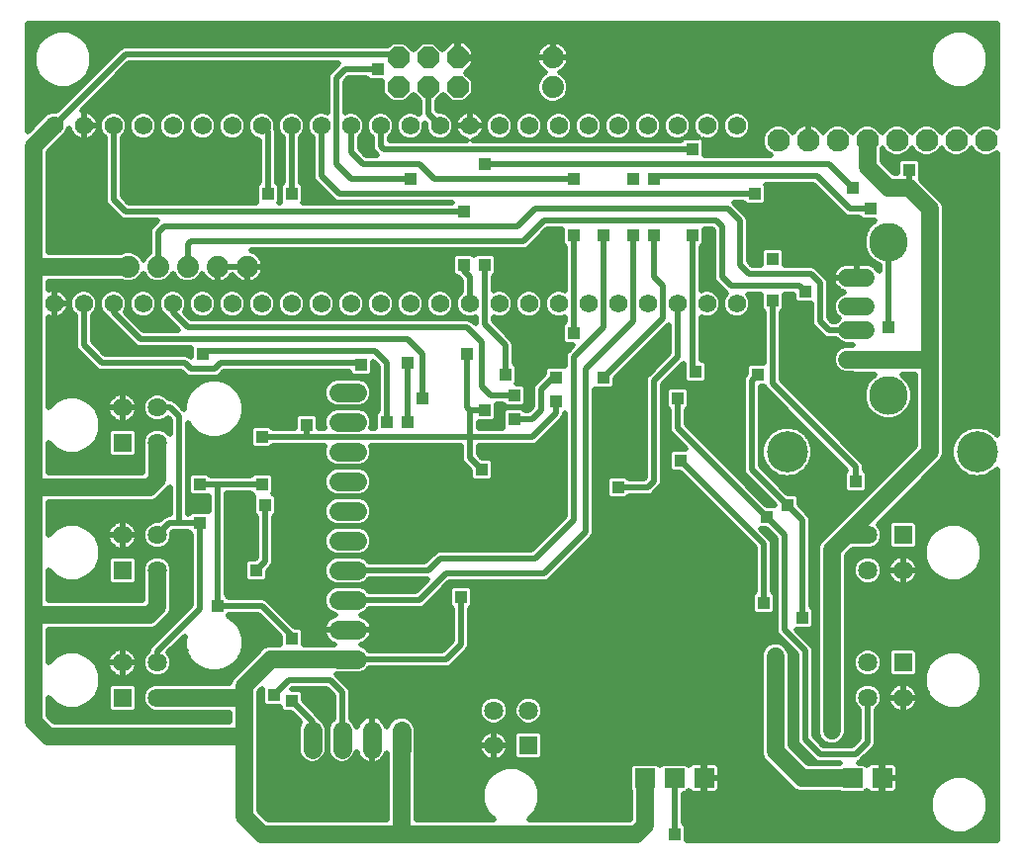
<source format=gbl>
G75*
%MOIN*%
%OFA0B0*%
%FSLAX25Y25*%
%IPPOS*%
%LPD*%
%AMOC8*
5,1,8,0,0,1.08239X$1,22.5*
%
%ADD10R,0.06416X0.06416*%
%ADD11C,0.06416*%
%ADD12C,0.06200*%
%ADD13R,0.06731X0.06731*%
%ADD14C,0.07600*%
%ADD15C,0.13843*%
%ADD16OC8,0.07200*%
%ADD17C,0.06337*%
%ADD18C,0.06400*%
%ADD19C,0.07400*%
%ADD20C,0.06140*%
%ADD21C,0.13055*%
%ADD22C,0.02000*%
%ADD23OC8,0.04362*%
%ADD24OC8,0.05937*%
%ADD25R,0.04362X0.04362*%
%ADD26C,0.06000*%
D10*
X0048008Y0073094D03*
X0048008Y0116094D03*
X0048008Y0159094D03*
X0184906Y0057008D03*
X0310992Y0084906D03*
X0310992Y0127906D03*
D11*
X0299181Y0127906D03*
X0299181Y0116094D03*
X0310992Y0116094D03*
X0299181Y0084906D03*
X0299181Y0073094D03*
X0310992Y0073094D03*
X0184906Y0068819D03*
X0173094Y0068819D03*
X0173094Y0057008D03*
X0059819Y0073094D03*
X0059819Y0084906D03*
X0048008Y0084906D03*
X0059819Y0116094D03*
X0059819Y0127906D03*
X0048008Y0127906D03*
X0059819Y0159094D03*
X0059819Y0170906D03*
X0048008Y0170906D03*
D12*
X0045000Y0206000D03*
X0035000Y0206000D03*
X0025000Y0206000D03*
X0055000Y0206000D03*
X0065000Y0206000D03*
X0075000Y0206000D03*
X0085000Y0206000D03*
X0095000Y0206000D03*
X0105000Y0206000D03*
X0115000Y0206000D03*
X0125000Y0206000D03*
X0135000Y0206000D03*
X0145000Y0206000D03*
X0155000Y0206000D03*
X0165000Y0206000D03*
X0175000Y0206000D03*
X0185000Y0206000D03*
X0195000Y0206000D03*
X0205000Y0206000D03*
X0215000Y0206000D03*
X0225000Y0206000D03*
X0235000Y0206000D03*
X0245000Y0206000D03*
X0255000Y0206000D03*
X0255000Y0266000D03*
X0245000Y0266000D03*
X0235000Y0266000D03*
X0225000Y0266000D03*
X0215000Y0266000D03*
X0205000Y0266000D03*
X0195000Y0266000D03*
X0185000Y0266000D03*
X0175000Y0266000D03*
X0165000Y0266000D03*
X0155000Y0266000D03*
X0145000Y0266000D03*
X0135000Y0266000D03*
X0125000Y0266000D03*
X0115000Y0266000D03*
X0105000Y0266000D03*
X0095000Y0266000D03*
X0085000Y0266000D03*
X0075000Y0266000D03*
X0065000Y0266000D03*
X0055000Y0266000D03*
X0045000Y0266000D03*
X0035000Y0266000D03*
X0025000Y0266000D03*
D13*
X0224000Y0046000D03*
X0234000Y0046000D03*
X0244000Y0046000D03*
X0294000Y0046000D03*
X0304000Y0046000D03*
D14*
X0299000Y0261000D03*
X0289000Y0261000D03*
X0279000Y0261000D03*
X0269000Y0261000D03*
X0309000Y0261000D03*
X0319000Y0261000D03*
X0329000Y0261000D03*
X0339000Y0261000D03*
D15*
X0336000Y0156000D03*
X0272000Y0156000D03*
D16*
X0161000Y0279000D03*
X0161000Y0289000D03*
X0151000Y0289000D03*
X0141000Y0289000D03*
X0141000Y0279000D03*
X0151000Y0279000D03*
D17*
X0142000Y0062169D02*
X0142000Y0055831D01*
X0132000Y0055831D02*
X0132000Y0062169D01*
X0122000Y0062169D02*
X0122000Y0055831D01*
X0112000Y0055831D02*
X0112000Y0062169D01*
D18*
X0120800Y0086000D02*
X0127200Y0086000D01*
X0127200Y0096000D02*
X0120800Y0096000D01*
X0120800Y0106000D02*
X0127200Y0106000D01*
X0127200Y0116000D02*
X0120800Y0116000D01*
X0120800Y0126000D02*
X0127200Y0126000D01*
X0127200Y0136000D02*
X0120800Y0136000D01*
X0120800Y0146000D02*
X0127200Y0146000D01*
X0127200Y0156000D02*
X0120800Y0156000D01*
X0120800Y0166000D02*
X0127200Y0166000D01*
X0127200Y0176000D02*
X0120800Y0176000D01*
D19*
X0090000Y0218500D03*
X0080000Y0218500D03*
X0070000Y0218500D03*
X0060000Y0218500D03*
X0050000Y0218500D03*
X0193000Y0279000D03*
X0193000Y0289000D03*
D20*
X0292261Y0214780D02*
X0298401Y0214780D01*
X0298401Y0204937D02*
X0292261Y0204937D01*
X0292261Y0197063D02*
X0298401Y0197063D01*
X0298401Y0187220D02*
X0292261Y0187220D01*
D21*
X0306000Y0175134D03*
X0306000Y0226866D03*
D22*
X0306000Y0198000D01*
X0295331Y0197063D02*
X0286000Y0197063D01*
X0283000Y0200063D01*
X0283000Y0213000D01*
X0280000Y0216000D01*
X0259000Y0216000D01*
X0256000Y0219000D01*
X0256000Y0234000D01*
X0252000Y0238000D01*
X0187000Y0238000D01*
X0181000Y0232000D01*
X0062000Y0232000D01*
X0060000Y0230000D01*
X0060000Y0218500D01*
X0055000Y0216199D02*
X0055337Y0215384D01*
X0056884Y0213837D01*
X0058906Y0213000D01*
X0061094Y0213000D01*
X0063115Y0213837D01*
X0064663Y0215384D01*
X0065000Y0216199D01*
X0065337Y0215384D01*
X0066884Y0213837D01*
X0068906Y0213000D01*
X0071094Y0213000D01*
X0073115Y0213837D01*
X0074663Y0215384D01*
X0074899Y0215956D01*
X0075125Y0215513D01*
X0075652Y0214787D01*
X0076287Y0214152D01*
X0077013Y0213625D01*
X0077812Y0213218D01*
X0078665Y0212940D01*
X0079551Y0212800D01*
X0080000Y0212800D01*
X0080449Y0212800D01*
X0081335Y0212940D01*
X0082188Y0213218D01*
X0082987Y0213625D01*
X0083713Y0214152D01*
X0084348Y0214787D01*
X0084875Y0215513D01*
X0085000Y0215758D01*
X0085125Y0215513D01*
X0085652Y0214787D01*
X0086287Y0214152D01*
X0087013Y0213625D01*
X0087812Y0213218D01*
X0088665Y0212940D01*
X0089551Y0212800D01*
X0090000Y0212800D01*
X0090449Y0212800D01*
X0091335Y0212940D01*
X0092188Y0213218D01*
X0092987Y0213625D01*
X0093713Y0214152D01*
X0094348Y0214787D01*
X0094875Y0215513D01*
X0095282Y0216312D01*
X0095560Y0217165D01*
X0095700Y0218051D01*
X0095700Y0218500D01*
X0095700Y0218949D01*
X0095560Y0219835D01*
X0095282Y0220688D01*
X0094875Y0221487D01*
X0094348Y0222213D01*
X0093713Y0222848D01*
X0092987Y0223375D01*
X0092188Y0223782D01*
X0091518Y0224000D01*
X0183597Y0224000D01*
X0184699Y0224457D01*
X0191243Y0231000D01*
X0196019Y0231000D01*
X0196019Y0226073D01*
X0197000Y0225092D01*
X0197000Y0210475D01*
X0195975Y0210900D01*
X0194025Y0210900D01*
X0192224Y0210154D01*
X0190846Y0208776D01*
X0190100Y0206975D01*
X0190100Y0205025D01*
X0190846Y0203224D01*
X0192224Y0201846D01*
X0194025Y0201100D01*
X0195975Y0201100D01*
X0197000Y0201525D01*
X0197000Y0199908D01*
X0196019Y0198927D01*
X0196019Y0193073D01*
X0197073Y0192019D01*
X0199776Y0192019D01*
X0198301Y0190543D01*
X0197457Y0189699D01*
X0197000Y0188597D01*
X0197000Y0184908D01*
X0196927Y0184981D01*
X0191073Y0184981D01*
X0190019Y0183927D01*
X0190019Y0182262D01*
X0186457Y0178699D01*
X0186000Y0177597D01*
X0186000Y0171243D01*
X0184757Y0170000D01*
X0183908Y0170000D01*
X0182927Y0170981D01*
X0177073Y0170981D01*
X0176019Y0169927D01*
X0176019Y0164073D01*
X0176092Y0164000D01*
X0168000Y0164000D01*
X0168000Y0166019D01*
X0172927Y0166019D01*
X0173981Y0167073D01*
X0173981Y0172000D01*
X0176092Y0172000D01*
X0177073Y0171019D01*
X0182927Y0171019D01*
X0183981Y0172073D01*
X0183981Y0177927D01*
X0182927Y0178981D01*
X0180889Y0178981D01*
X0180981Y0179073D01*
X0180981Y0184927D01*
X0180000Y0185908D01*
X0180000Y0192597D01*
X0179543Y0193699D01*
X0178699Y0194543D01*
X0173000Y0200243D01*
X0173000Y0201525D01*
X0174025Y0201100D01*
X0175975Y0201100D01*
X0177776Y0201846D01*
X0179154Y0203224D01*
X0179900Y0205025D01*
X0179900Y0206975D01*
X0179154Y0208776D01*
X0177776Y0210154D01*
X0175975Y0210900D01*
X0174025Y0210900D01*
X0173000Y0210475D01*
X0173000Y0215092D01*
X0173981Y0216073D01*
X0173981Y0221927D01*
X0172927Y0222981D01*
X0167073Y0222981D01*
X0166500Y0222408D01*
X0165927Y0222981D01*
X0160073Y0222981D01*
X0159019Y0221927D01*
X0159019Y0216073D01*
X0160073Y0215019D01*
X0160738Y0215019D01*
X0162000Y0213757D01*
X0162000Y0209930D01*
X0160846Y0208776D01*
X0160100Y0206975D01*
X0160100Y0205025D01*
X0160846Y0203224D01*
X0162224Y0201846D01*
X0164025Y0201100D01*
X0165975Y0201100D01*
X0167000Y0201525D01*
X0167000Y0199243D01*
X0165699Y0200543D01*
X0164597Y0201000D01*
X0071243Y0201000D01*
X0069086Y0203156D01*
X0069154Y0203224D01*
X0069900Y0205025D01*
X0069900Y0206975D01*
X0069154Y0208776D01*
X0067776Y0210154D01*
X0065975Y0210900D01*
X0064025Y0210900D01*
X0062224Y0210154D01*
X0060846Y0208776D01*
X0060100Y0206975D01*
X0060100Y0205025D01*
X0060846Y0203224D01*
X0062224Y0201846D01*
X0062232Y0201843D01*
X0062457Y0201301D01*
X0066757Y0197000D01*
X0055243Y0197000D01*
X0049086Y0203156D01*
X0049154Y0203224D01*
X0049900Y0205025D01*
X0049900Y0206975D01*
X0049154Y0208776D01*
X0047776Y0210154D01*
X0045975Y0210900D01*
X0044025Y0210900D01*
X0042224Y0210154D01*
X0040846Y0208776D01*
X0040100Y0206975D01*
X0040100Y0205025D01*
X0040846Y0203224D01*
X0042224Y0201846D01*
X0042232Y0201843D01*
X0042457Y0201301D01*
X0043301Y0200457D01*
X0052301Y0191457D01*
X0053403Y0191000D01*
X0071019Y0191000D01*
X0071019Y0188224D01*
X0070699Y0188543D01*
X0069597Y0189000D01*
X0042243Y0189000D01*
X0038000Y0193243D01*
X0038000Y0202070D01*
X0039154Y0203224D01*
X0039900Y0205025D01*
X0039900Y0206975D01*
X0039154Y0208776D01*
X0037776Y0210154D01*
X0035975Y0210900D01*
X0034025Y0210900D01*
X0032224Y0210154D01*
X0030846Y0208776D01*
X0030100Y0206975D01*
X0030100Y0205025D01*
X0030846Y0203224D01*
X0032000Y0202070D01*
X0032000Y0191403D01*
X0032457Y0190301D01*
X0038457Y0184301D01*
X0039301Y0183457D01*
X0040403Y0183000D01*
X0067757Y0183000D01*
X0068457Y0182301D01*
X0069301Y0181457D01*
X0070403Y0181000D01*
X0079597Y0181000D01*
X0080699Y0181457D01*
X0082243Y0183000D01*
X0124519Y0183000D01*
X0124519Y0182573D01*
X0125573Y0181519D01*
X0131427Y0181519D01*
X0132481Y0182573D01*
X0132481Y0186276D01*
X0134000Y0184757D01*
X0134000Y0169908D01*
X0133019Y0168927D01*
X0133019Y0164000D01*
X0131784Y0164000D01*
X0132200Y0165005D01*
X0132200Y0166995D01*
X0131439Y0168832D01*
X0130032Y0170239D01*
X0128195Y0171000D01*
X0130032Y0171761D01*
X0131439Y0173168D01*
X0132200Y0175005D01*
X0132200Y0176995D01*
X0131439Y0178832D01*
X0130032Y0180239D01*
X0128195Y0181000D01*
X0119805Y0181000D01*
X0117968Y0180239D01*
X0116561Y0178832D01*
X0115800Y0176995D01*
X0115800Y0175005D01*
X0116561Y0173168D01*
X0117968Y0171761D01*
X0119805Y0171000D01*
X0128195Y0171000D01*
X0119805Y0171000D01*
X0117968Y0170239D01*
X0116561Y0168832D01*
X0115800Y0166995D01*
X0115800Y0165005D01*
X0116216Y0164000D01*
X0113981Y0164000D01*
X0113981Y0167927D01*
X0112927Y0168981D01*
X0107073Y0168981D01*
X0106019Y0167927D01*
X0106019Y0164000D01*
X0098908Y0164000D01*
X0097927Y0164981D01*
X0092073Y0164981D01*
X0091019Y0163927D01*
X0091019Y0158073D01*
X0092073Y0157019D01*
X0097927Y0157019D01*
X0098908Y0158000D01*
X0116216Y0158000D01*
X0115800Y0156995D01*
X0115800Y0155005D01*
X0116561Y0153168D01*
X0117968Y0151761D01*
X0119805Y0151000D01*
X0117968Y0150239D01*
X0116561Y0148832D01*
X0115800Y0146995D01*
X0115800Y0145005D01*
X0116561Y0143168D01*
X0117968Y0141761D01*
X0119805Y0141000D01*
X0128195Y0141000D01*
X0130032Y0141761D01*
X0131439Y0143168D01*
X0132200Y0145005D01*
X0132200Y0146995D01*
X0131439Y0148832D01*
X0130032Y0150239D01*
X0128195Y0151000D01*
X0119805Y0151000D01*
X0128195Y0151000D01*
X0130032Y0151761D01*
X0131439Y0153168D01*
X0132200Y0155005D01*
X0132200Y0156995D01*
X0131784Y0158000D01*
X0162000Y0158000D01*
X0162000Y0153403D01*
X0162457Y0152301D01*
X0165019Y0149738D01*
X0165019Y0147073D01*
X0166073Y0146019D01*
X0171927Y0146019D01*
X0172981Y0147073D01*
X0172981Y0152927D01*
X0171927Y0153981D01*
X0169262Y0153981D01*
X0168000Y0155243D01*
X0168000Y0158000D01*
X0186597Y0158000D01*
X0187699Y0158457D01*
X0195699Y0166457D01*
X0196543Y0167301D01*
X0197000Y0168403D01*
X0197000Y0169092D01*
X0197000Y0169092D01*
X0197000Y0134243D01*
X0185757Y0123000D01*
X0154403Y0123000D01*
X0153301Y0122543D01*
X0149757Y0119000D01*
X0131271Y0119000D01*
X0130032Y0120239D01*
X0128195Y0121000D01*
X0130032Y0121761D01*
X0131439Y0123168D01*
X0132200Y0125005D01*
X0132200Y0126995D01*
X0131439Y0128832D01*
X0130032Y0130239D01*
X0128195Y0131000D01*
X0130032Y0131761D01*
X0131439Y0133168D01*
X0132200Y0135005D01*
X0132200Y0136995D01*
X0131439Y0138832D01*
X0130032Y0140239D01*
X0128195Y0141000D01*
X0119805Y0141000D01*
X0117968Y0140239D01*
X0116561Y0138832D01*
X0115800Y0136995D01*
X0115800Y0135005D01*
X0116561Y0133168D01*
X0117968Y0131761D01*
X0119805Y0131000D01*
X0128195Y0131000D01*
X0119805Y0131000D01*
X0117968Y0130239D01*
X0116561Y0128832D01*
X0115800Y0126995D01*
X0115800Y0125005D01*
X0116561Y0123168D01*
X0117968Y0121761D01*
X0119805Y0121000D01*
X0128195Y0121000D01*
X0119805Y0121000D01*
X0117968Y0120239D01*
X0116561Y0118832D01*
X0115800Y0116995D01*
X0115800Y0115005D01*
X0116561Y0113168D01*
X0117968Y0111761D01*
X0119805Y0111000D01*
X0117968Y0110239D01*
X0116561Y0108832D01*
X0115800Y0106995D01*
X0115800Y0105005D01*
X0116561Y0103168D01*
X0117968Y0101761D01*
X0119618Y0101078D01*
X0119582Y0101072D01*
X0118804Y0100819D01*
X0118075Y0100447D01*
X0117412Y0099966D01*
X0116834Y0099388D01*
X0116353Y0098725D01*
X0115981Y0097996D01*
X0115728Y0097218D01*
X0115600Y0096409D01*
X0115600Y0096000D01*
X0124000Y0096000D01*
X0132400Y0096000D01*
X0132400Y0096409D01*
X0132272Y0097218D01*
X0132019Y0097996D01*
X0131647Y0098725D01*
X0131166Y0099388D01*
X0130588Y0099966D01*
X0129925Y0100447D01*
X0129196Y0100819D01*
X0128418Y0101072D01*
X0128382Y0101078D01*
X0130032Y0101761D01*
X0131271Y0103000D01*
X0148597Y0103000D01*
X0149699Y0103457D01*
X0158243Y0112000D01*
X0190597Y0112000D01*
X0191699Y0112457D01*
X0205699Y0126457D01*
X0206543Y0127301D01*
X0207000Y0128403D01*
X0207000Y0177092D01*
X0207073Y0177019D01*
X0212927Y0177019D01*
X0213981Y0178073D01*
X0213981Y0180738D01*
X0232000Y0198757D01*
X0232000Y0189243D01*
X0225301Y0182543D01*
X0224457Y0181699D01*
X0224000Y0180597D01*
X0224000Y0147243D01*
X0223757Y0147000D01*
X0218908Y0147000D01*
X0217927Y0147981D01*
X0212073Y0147981D01*
X0211019Y0146927D01*
X0211019Y0141073D01*
X0212073Y0140019D01*
X0217927Y0140019D01*
X0218908Y0141000D01*
X0225597Y0141000D01*
X0226699Y0141457D01*
X0227543Y0142301D01*
X0229543Y0144301D01*
X0230000Y0145403D01*
X0230000Y0178757D01*
X0237000Y0185757D01*
X0237000Y0183403D01*
X0237019Y0183358D01*
X0237019Y0180073D01*
X0238073Y0179019D01*
X0243927Y0179019D01*
X0244981Y0180073D01*
X0244981Y0185927D01*
X0243927Y0186981D01*
X0243000Y0186981D01*
X0243000Y0201525D01*
X0244025Y0201100D01*
X0245975Y0201100D01*
X0247776Y0201846D01*
X0249154Y0203224D01*
X0249900Y0205025D01*
X0249900Y0206975D01*
X0249154Y0208776D01*
X0247776Y0210154D01*
X0245975Y0210900D01*
X0244025Y0210900D01*
X0243000Y0210475D01*
X0243000Y0225092D01*
X0243981Y0226073D01*
X0243981Y0231000D01*
X0246757Y0231000D01*
X0247000Y0230757D01*
X0247000Y0214403D01*
X0247457Y0213301D01*
X0250457Y0210301D01*
X0251301Y0209457D01*
X0251461Y0209390D01*
X0250846Y0208776D01*
X0250100Y0206975D01*
X0250100Y0205025D01*
X0250846Y0203224D01*
X0252224Y0201846D01*
X0254025Y0201100D01*
X0255975Y0201100D01*
X0257776Y0201846D01*
X0259154Y0203224D01*
X0259900Y0205025D01*
X0259900Y0206975D01*
X0259154Y0208776D01*
X0258930Y0209000D01*
X0263019Y0209000D01*
X0263019Y0204073D01*
X0264000Y0203092D01*
X0264000Y0185981D01*
X0259073Y0185981D01*
X0258019Y0184927D01*
X0258019Y0182262D01*
X0257457Y0181699D01*
X0257000Y0180597D01*
X0257000Y0149403D01*
X0257457Y0148301D01*
X0258301Y0147457D01*
X0267776Y0137981D01*
X0265262Y0137981D01*
X0238000Y0165243D01*
X0238000Y0170092D01*
X0238981Y0171073D01*
X0238981Y0176927D01*
X0237927Y0177981D01*
X0232073Y0177981D01*
X0231019Y0176927D01*
X0231019Y0171073D01*
X0232000Y0170092D01*
X0232000Y0163403D01*
X0232457Y0162301D01*
X0233301Y0161457D01*
X0237776Y0156981D01*
X0233073Y0156981D01*
X0232019Y0155927D01*
X0232019Y0150073D01*
X0233073Y0149019D01*
X0235738Y0149019D01*
X0261000Y0123757D01*
X0261000Y0108908D01*
X0260019Y0107927D01*
X0260019Y0102073D01*
X0261073Y0101019D01*
X0266927Y0101019D01*
X0267981Y0102073D01*
X0267981Y0107927D01*
X0267000Y0108908D01*
X0267000Y0125597D01*
X0266543Y0126699D01*
X0263224Y0130019D01*
X0264738Y0130019D01*
X0268000Y0126757D01*
X0268000Y0095403D01*
X0268457Y0094301D01*
X0269301Y0093457D01*
X0275000Y0087757D01*
X0275000Y0058403D01*
X0275457Y0057301D01*
X0276301Y0056457D01*
X0281301Y0051457D01*
X0282403Y0051000D01*
X0289724Y0051000D01*
X0289724Y0051000D01*
X0279071Y0051000D01*
X0273000Y0057071D01*
X0273000Y0087995D01*
X0272239Y0089832D01*
X0270832Y0091239D01*
X0268995Y0092000D01*
X0267005Y0092000D01*
X0265168Y0091239D01*
X0263761Y0089832D01*
X0263000Y0087995D01*
X0263000Y0054005D01*
X0263761Y0052168D01*
X0272761Y0043168D01*
X0274168Y0041761D01*
X0276005Y0041000D01*
X0289724Y0041000D01*
X0289889Y0040835D01*
X0298111Y0040835D01*
X0298906Y0041629D01*
X0299034Y0041407D01*
X0299407Y0041034D01*
X0299863Y0040771D01*
X0300371Y0040635D01*
X0303917Y0040635D01*
X0303917Y0045917D01*
X0304083Y0045917D01*
X0304083Y0046083D01*
X0303917Y0046083D01*
X0303917Y0051365D01*
X0300371Y0051365D01*
X0299863Y0051229D01*
X0299407Y0050966D01*
X0299034Y0050593D01*
X0298906Y0050371D01*
X0298111Y0051165D01*
X0295996Y0051165D01*
X0296699Y0051457D01*
X0297543Y0052301D01*
X0301724Y0056482D01*
X0302181Y0057584D01*
X0302181Y0069012D01*
X0303427Y0070258D01*
X0304189Y0072098D01*
X0304189Y0074091D01*
X0303427Y0075931D01*
X0302018Y0077340D01*
X0300177Y0078102D01*
X0298185Y0078102D01*
X0296344Y0077340D01*
X0294936Y0075931D01*
X0294173Y0074091D01*
X0294173Y0072098D01*
X0294936Y0070258D01*
X0296181Y0069012D01*
X0296181Y0059424D01*
X0293757Y0057000D01*
X0284243Y0057000D01*
X0281000Y0060243D01*
X0281000Y0089597D01*
X0280543Y0090699D01*
X0275224Y0096019D01*
X0279927Y0096019D01*
X0280981Y0097073D01*
X0280981Y0102927D01*
X0280000Y0103908D01*
X0280000Y0133597D01*
X0279543Y0134699D01*
X0275981Y0138262D01*
X0275981Y0140927D01*
X0274927Y0141981D01*
X0272262Y0141981D01*
X0263000Y0151243D01*
X0263000Y0178019D01*
X0264159Y0178019D01*
X0264457Y0177301D01*
X0265301Y0176457D01*
X0291925Y0149833D01*
X0291019Y0148927D01*
X0291019Y0143073D01*
X0292073Y0142019D01*
X0297927Y0142019D01*
X0298981Y0143073D01*
X0298981Y0148927D01*
X0298000Y0149908D01*
X0298000Y0151597D01*
X0297543Y0152699D01*
X0270000Y0180243D01*
X0270000Y0203092D01*
X0270981Y0204073D01*
X0270981Y0209000D01*
X0274019Y0209000D01*
X0274019Y0207073D01*
X0275073Y0206019D01*
X0280000Y0206019D01*
X0280000Y0199466D01*
X0280457Y0198364D01*
X0283457Y0195364D01*
X0284301Y0194520D01*
X0285403Y0194063D01*
X0288373Y0194063D01*
X0289502Y0192934D01*
X0291292Y0192193D01*
X0294270Y0192193D01*
X0294022Y0192091D01*
X0291292Y0192091D01*
X0289502Y0191349D01*
X0288132Y0189979D01*
X0287391Y0188189D01*
X0287391Y0186252D01*
X0288132Y0184462D01*
X0289502Y0183092D01*
X0291292Y0182350D01*
X0294022Y0182350D01*
X0294336Y0182220D01*
X0301348Y0182220D01*
X0301283Y0182194D01*
X0298940Y0179851D01*
X0297672Y0176790D01*
X0297672Y0173477D01*
X0298940Y0170417D01*
X0301283Y0168074D01*
X0304344Y0166806D01*
X0307656Y0166806D01*
X0310717Y0168074D01*
X0313060Y0170417D01*
X0314328Y0173477D01*
X0314328Y0176790D01*
X0313060Y0179851D01*
X0310717Y0182194D01*
X0310652Y0182220D01*
X0315000Y0182220D01*
X0315000Y0158071D01*
X0287761Y0130832D01*
X0287668Y0130739D01*
X0287668Y0130739D01*
X0282761Y0125832D01*
X0282000Y0123995D01*
X0282000Y0061005D01*
X0282761Y0059168D01*
X0284168Y0057761D01*
X0286005Y0057000D01*
X0287995Y0057000D01*
X0289832Y0057761D01*
X0291239Y0059168D01*
X0292000Y0061005D01*
X0292000Y0120929D01*
X0294071Y0123000D01*
X0297938Y0123000D01*
X0298185Y0122898D01*
X0300177Y0122898D01*
X0302018Y0123660D01*
X0303427Y0125069D01*
X0304189Y0126909D01*
X0304189Y0128902D01*
X0303427Y0130742D01*
X0302620Y0131549D01*
X0322832Y0151761D01*
X0324239Y0153168D01*
X0325000Y0155005D01*
X0325000Y0238995D01*
X0324239Y0240832D01*
X0317239Y0247832D01*
X0316981Y0248090D01*
X0316981Y0253927D01*
X0315927Y0254981D01*
X0310073Y0254981D01*
X0309019Y0253927D01*
X0309019Y0250000D01*
X0308071Y0250000D01*
X0304000Y0254071D01*
X0304000Y0258438D01*
X0304253Y0257828D01*
X0305828Y0256253D01*
X0307886Y0255400D01*
X0310114Y0255400D01*
X0312172Y0256253D01*
X0313747Y0257828D01*
X0314000Y0258438D01*
X0314253Y0257828D01*
X0315828Y0256253D01*
X0317886Y0255400D01*
X0320114Y0255400D01*
X0322172Y0256253D01*
X0323747Y0257828D01*
X0324000Y0258438D01*
X0324253Y0257828D01*
X0325828Y0256253D01*
X0327886Y0255400D01*
X0330114Y0255400D01*
X0332172Y0256253D01*
X0333747Y0257828D01*
X0334000Y0258438D01*
X0334253Y0257828D01*
X0335828Y0256253D01*
X0337886Y0255400D01*
X0340114Y0255400D01*
X0342172Y0256253D01*
X0342646Y0256726D01*
X0342646Y0161831D01*
X0342319Y0162319D01*
X0341400Y0162934D01*
X0340940Y0163394D01*
X0340340Y0163642D01*
X0339420Y0164257D01*
X0338335Y0164472D01*
X0337735Y0164721D01*
X0337085Y0164721D01*
X0336000Y0164937D01*
X0334915Y0164721D01*
X0334265Y0164721D01*
X0333665Y0164472D01*
X0332580Y0164257D01*
X0331660Y0163642D01*
X0331060Y0163394D01*
X0330600Y0162934D01*
X0329681Y0162319D01*
X0329066Y0161400D01*
X0328606Y0160940D01*
X0328358Y0160340D01*
X0327743Y0159420D01*
X0327528Y0158335D01*
X0327279Y0157735D01*
X0327279Y0157085D01*
X0327063Y0156000D01*
X0327279Y0154915D01*
X0327279Y0154265D01*
X0327528Y0153665D01*
X0327743Y0152580D01*
X0328358Y0151660D01*
X0328606Y0151060D01*
X0329066Y0150600D01*
X0329681Y0149681D01*
X0330600Y0149066D01*
X0331060Y0148606D01*
X0331660Y0148358D01*
X0332580Y0147743D01*
X0333665Y0147528D01*
X0334265Y0147279D01*
X0334915Y0147279D01*
X0336000Y0147063D01*
X0337085Y0147279D01*
X0337735Y0147279D01*
X0338335Y0147528D01*
X0339420Y0147743D01*
X0340340Y0148358D01*
X0340940Y0148606D01*
X0341400Y0149066D01*
X0342319Y0149681D01*
X0342646Y0150169D01*
X0342646Y0025000D01*
X0237981Y0025000D01*
X0237981Y0029927D01*
X0237000Y0030908D01*
X0237000Y0040835D01*
X0238111Y0040835D01*
X0238906Y0041629D01*
X0239034Y0041407D01*
X0239407Y0041034D01*
X0239863Y0040771D01*
X0240371Y0040635D01*
X0243917Y0040635D01*
X0243917Y0045917D01*
X0244083Y0045917D01*
X0244083Y0046083D01*
X0243917Y0046083D01*
X0243917Y0051365D01*
X0240371Y0051365D01*
X0239863Y0051229D01*
X0239407Y0050966D01*
X0239034Y0050593D01*
X0238906Y0050371D01*
X0238111Y0051165D01*
X0229889Y0051165D01*
X0229000Y0050276D01*
X0228111Y0051165D01*
X0219889Y0051165D01*
X0218835Y0050111D01*
X0218835Y0041889D01*
X0219000Y0041724D01*
X0219000Y0032071D01*
X0218929Y0032000D01*
X0185008Y0032000D01*
X0187397Y0034389D01*
X0188905Y0038030D01*
X0188905Y0041970D01*
X0187397Y0045611D01*
X0184611Y0048397D01*
X0180970Y0049905D01*
X0177030Y0049905D01*
X0173389Y0048397D01*
X0170603Y0045611D01*
X0169094Y0041970D01*
X0169094Y0038030D01*
X0170603Y0034389D01*
X0172992Y0032000D01*
X0147000Y0032000D01*
X0147000Y0059995D01*
X0146968Y0060071D01*
X0146968Y0063157D01*
X0146212Y0064983D01*
X0144814Y0066381D01*
X0142988Y0067137D01*
X0141012Y0067137D01*
X0139186Y0066381D01*
X0137788Y0064983D01*
X0137064Y0063235D01*
X0137041Y0063379D01*
X0136790Y0064153D01*
X0136420Y0064877D01*
X0135942Y0065536D01*
X0135367Y0066111D01*
X0134709Y0066589D01*
X0133984Y0066958D01*
X0133210Y0067210D01*
X0132407Y0067337D01*
X0132000Y0067337D01*
X0132000Y0059000D01*
X0132000Y0059000D01*
X0132000Y0067337D01*
X0131593Y0067337D01*
X0130790Y0067210D01*
X0130016Y0066958D01*
X0129291Y0066589D01*
X0128633Y0066111D01*
X0128058Y0065536D01*
X0127580Y0064877D01*
X0127210Y0064153D01*
X0126959Y0063379D01*
X0126936Y0063235D01*
X0126212Y0064983D01*
X0125000Y0066195D01*
X0125000Y0075597D01*
X0124543Y0076699D01*
X0123699Y0077543D01*
X0120243Y0081000D01*
X0128195Y0081000D01*
X0130032Y0081761D01*
X0131271Y0083000D01*
X0157597Y0083000D01*
X0158699Y0083457D01*
X0163699Y0088457D01*
X0164543Y0089301D01*
X0165000Y0090403D01*
X0165000Y0103092D01*
X0165981Y0104073D01*
X0165981Y0109927D01*
X0164927Y0110981D01*
X0159073Y0110981D01*
X0158019Y0109927D01*
X0158019Y0104073D01*
X0159000Y0103092D01*
X0159000Y0092243D01*
X0155757Y0089000D01*
X0131271Y0089000D01*
X0130032Y0090239D01*
X0128382Y0090922D01*
X0128418Y0090928D01*
X0129196Y0091181D01*
X0129925Y0091553D01*
X0130588Y0092034D01*
X0131166Y0092612D01*
X0131647Y0093275D01*
X0132019Y0094004D01*
X0132272Y0094782D01*
X0132400Y0095591D01*
X0132400Y0096000D01*
X0124000Y0096000D01*
X0124000Y0096000D01*
X0124000Y0096000D01*
X0115600Y0096000D01*
X0115600Y0095591D01*
X0115728Y0094782D01*
X0115981Y0094004D01*
X0116353Y0093275D01*
X0116834Y0092612D01*
X0117412Y0092034D01*
X0118075Y0091553D01*
X0118804Y0091181D01*
X0119361Y0091000D01*
X0108981Y0091000D01*
X0108981Y0095927D01*
X0107927Y0096981D01*
X0106262Y0096981D01*
X0097543Y0105699D01*
X0096699Y0106543D01*
X0095597Y0107000D01*
X0083908Y0107000D01*
X0083000Y0107908D01*
X0083000Y0142000D01*
X0091092Y0142000D01*
X0092073Y0141019D01*
X0092111Y0141019D01*
X0092019Y0140927D01*
X0092019Y0135073D01*
X0093000Y0134092D01*
X0093000Y0120243D01*
X0092833Y0120076D01*
X0090168Y0120076D01*
X0089113Y0119021D01*
X0089113Y0113168D01*
X0090168Y0112113D01*
X0096021Y0112113D01*
X0097076Y0113168D01*
X0097076Y0115833D01*
X0098543Y0117301D01*
X0099000Y0118403D01*
X0099000Y0134092D01*
X0099981Y0135073D01*
X0099981Y0140927D01*
X0098927Y0141981D01*
X0098889Y0141981D01*
X0098981Y0142073D01*
X0098981Y0147927D01*
X0097927Y0148981D01*
X0092073Y0148981D01*
X0091092Y0148000D01*
X0077908Y0148000D01*
X0076927Y0148981D01*
X0071073Y0148981D01*
X0070019Y0147927D01*
X0070019Y0142073D01*
X0071073Y0141019D01*
X0076927Y0141019D01*
X0077000Y0141092D01*
X0077000Y0135908D01*
X0076927Y0135981D01*
X0071073Y0135981D01*
X0070092Y0135000D01*
X0070000Y0135000D01*
X0070000Y0165872D01*
X0070916Y0164285D01*
X0072797Y0162404D01*
X0075101Y0161074D01*
X0077670Y0160386D01*
X0080330Y0160386D01*
X0082899Y0161074D01*
X0085203Y0162404D01*
X0087084Y0164285D01*
X0088414Y0166589D01*
X0089102Y0169158D01*
X0089102Y0171818D01*
X0088414Y0174388D01*
X0087084Y0176691D01*
X0085203Y0178572D01*
X0082899Y0179902D01*
X0080330Y0180591D01*
X0077670Y0180591D01*
X0075101Y0179902D01*
X0072797Y0178572D01*
X0070916Y0176691D01*
X0069586Y0174388D01*
X0068898Y0171818D01*
X0068898Y0170345D01*
X0068699Y0170543D01*
X0066638Y0172605D01*
X0065794Y0173449D01*
X0064691Y0173905D01*
X0063901Y0173905D01*
X0062656Y0175151D01*
X0060815Y0175913D01*
X0058823Y0175913D01*
X0056982Y0175151D01*
X0055573Y0173742D01*
X0054811Y0171902D01*
X0054811Y0169909D01*
X0055573Y0168069D01*
X0056982Y0166660D01*
X0058823Y0165898D01*
X0060815Y0165898D01*
X0062656Y0166660D01*
X0063376Y0167381D01*
X0064000Y0166757D01*
X0064000Y0161996D01*
X0062656Y0163340D01*
X0060815Y0164102D01*
X0058823Y0164102D01*
X0056982Y0163340D01*
X0055573Y0161931D01*
X0054811Y0160091D01*
X0054811Y0158098D01*
X0054819Y0158079D01*
X0054819Y0149000D01*
X0023000Y0149000D01*
X0023000Y0158992D01*
X0025389Y0156603D01*
X0029030Y0155094D01*
X0032970Y0155094D01*
X0036611Y0156603D01*
X0039397Y0159389D01*
X0040905Y0163030D01*
X0040905Y0166970D01*
X0039397Y0170611D01*
X0036611Y0173397D01*
X0032970Y0174905D01*
X0029030Y0174905D01*
X0025389Y0173397D01*
X0023000Y0171008D01*
X0023000Y0201295D01*
X0023042Y0201274D01*
X0023806Y0201026D01*
X0024599Y0200900D01*
X0025000Y0200900D01*
X0025401Y0200900D01*
X0026194Y0201026D01*
X0026958Y0201274D01*
X0027673Y0201638D01*
X0028322Y0202110D01*
X0028890Y0202678D01*
X0029362Y0203327D01*
X0029726Y0204042D01*
X0029974Y0204806D01*
X0030100Y0205599D01*
X0030100Y0206000D01*
X0030100Y0206401D01*
X0029974Y0207194D01*
X0029726Y0207958D01*
X0029362Y0208673D01*
X0028890Y0209322D01*
X0028322Y0209890D01*
X0027673Y0210362D01*
X0026958Y0210726D01*
X0026194Y0210974D01*
X0025401Y0211100D01*
X0025000Y0211100D01*
X0025000Y0206000D01*
X0025000Y0206000D01*
X0030100Y0206000D01*
X0025000Y0206000D01*
X0025000Y0206000D01*
X0025000Y0211100D01*
X0024599Y0211100D01*
X0023806Y0210974D01*
X0023042Y0210726D01*
X0023000Y0210705D01*
X0023000Y0213500D01*
X0047699Y0213500D01*
X0048906Y0213000D01*
X0051094Y0213000D01*
X0053115Y0213837D01*
X0054663Y0215384D01*
X0055000Y0216199D01*
X0054134Y0214856D02*
X0055866Y0214856D01*
X0055975Y0210900D02*
X0054025Y0210900D01*
X0052224Y0210154D01*
X0050846Y0208776D01*
X0050100Y0206975D01*
X0050100Y0205025D01*
X0050846Y0203224D01*
X0052224Y0201846D01*
X0054025Y0201100D01*
X0055975Y0201100D01*
X0057776Y0201846D01*
X0059154Y0203224D01*
X0059900Y0205025D01*
X0059900Y0206975D01*
X0059154Y0208776D01*
X0057776Y0210154D01*
X0055975Y0210900D01*
X0056075Y0210859D02*
X0063925Y0210859D01*
X0066075Y0210859D02*
X0073925Y0210859D01*
X0074025Y0210900D02*
X0072224Y0210154D01*
X0070846Y0208776D01*
X0070100Y0206975D01*
X0070100Y0205025D01*
X0070846Y0203224D01*
X0072224Y0201846D01*
X0074025Y0201100D01*
X0075975Y0201100D01*
X0077776Y0201846D01*
X0079154Y0203224D01*
X0079900Y0205025D01*
X0079900Y0206975D01*
X0079154Y0208776D01*
X0077776Y0210154D01*
X0075975Y0210900D01*
X0074025Y0210900D01*
X0076075Y0210859D02*
X0083925Y0210859D01*
X0084025Y0210900D02*
X0082224Y0210154D01*
X0080846Y0208776D01*
X0080100Y0206975D01*
X0080100Y0205025D01*
X0080846Y0203224D01*
X0082224Y0201846D01*
X0084025Y0201100D01*
X0085975Y0201100D01*
X0087776Y0201846D01*
X0089154Y0203224D01*
X0089900Y0205025D01*
X0089900Y0206975D01*
X0089154Y0208776D01*
X0087776Y0210154D01*
X0085975Y0210900D01*
X0084025Y0210900D01*
X0086075Y0210859D02*
X0093925Y0210859D01*
X0094025Y0210900D02*
X0092224Y0210154D01*
X0090846Y0208776D01*
X0090100Y0206975D01*
X0090100Y0205025D01*
X0090846Y0203224D01*
X0092224Y0201846D01*
X0094025Y0201100D01*
X0095975Y0201100D01*
X0097776Y0201846D01*
X0099154Y0203224D01*
X0099900Y0205025D01*
X0099900Y0206975D01*
X0099154Y0208776D01*
X0097776Y0210154D01*
X0095975Y0210900D01*
X0094025Y0210900D01*
X0096075Y0210859D02*
X0103925Y0210859D01*
X0104025Y0210900D02*
X0102224Y0210154D01*
X0100846Y0208776D01*
X0100100Y0206975D01*
X0100100Y0205025D01*
X0100846Y0203224D01*
X0102224Y0201846D01*
X0104025Y0201100D01*
X0105975Y0201100D01*
X0107776Y0201846D01*
X0109154Y0203224D01*
X0109900Y0205025D01*
X0109900Y0206975D01*
X0109154Y0208776D01*
X0107776Y0210154D01*
X0105975Y0210900D01*
X0104025Y0210900D01*
X0106075Y0210859D02*
X0113925Y0210859D01*
X0114025Y0210900D02*
X0112224Y0210154D01*
X0110846Y0208776D01*
X0110100Y0206975D01*
X0110100Y0205025D01*
X0110846Y0203224D01*
X0112224Y0201846D01*
X0114025Y0201100D01*
X0115975Y0201100D01*
X0117776Y0201846D01*
X0119154Y0203224D01*
X0119900Y0205025D01*
X0119900Y0206975D01*
X0119154Y0208776D01*
X0117776Y0210154D01*
X0115975Y0210900D01*
X0114025Y0210900D01*
X0116075Y0210859D02*
X0123925Y0210859D01*
X0124025Y0210900D02*
X0122224Y0210154D01*
X0120846Y0208776D01*
X0120100Y0206975D01*
X0120100Y0205025D01*
X0120846Y0203224D01*
X0122224Y0201846D01*
X0124025Y0201100D01*
X0125975Y0201100D01*
X0127776Y0201846D01*
X0129154Y0203224D01*
X0129900Y0205025D01*
X0129900Y0206975D01*
X0129154Y0208776D01*
X0127776Y0210154D01*
X0125975Y0210900D01*
X0124025Y0210900D01*
X0126075Y0210859D02*
X0133925Y0210859D01*
X0134025Y0210900D02*
X0132224Y0210154D01*
X0130846Y0208776D01*
X0130100Y0206975D01*
X0130100Y0205025D01*
X0130846Y0203224D01*
X0132224Y0201846D01*
X0134025Y0201100D01*
X0135975Y0201100D01*
X0137776Y0201846D01*
X0139154Y0203224D01*
X0139900Y0205025D01*
X0139900Y0206975D01*
X0139154Y0208776D01*
X0137776Y0210154D01*
X0135975Y0210900D01*
X0134025Y0210900D01*
X0136075Y0210859D02*
X0143925Y0210859D01*
X0144025Y0210900D02*
X0142224Y0210154D01*
X0140846Y0208776D01*
X0140100Y0206975D01*
X0140100Y0205025D01*
X0140846Y0203224D01*
X0142224Y0201846D01*
X0144025Y0201100D01*
X0145975Y0201100D01*
X0147776Y0201846D01*
X0149154Y0203224D01*
X0149900Y0205025D01*
X0149900Y0206975D01*
X0149154Y0208776D01*
X0147776Y0210154D01*
X0145975Y0210900D01*
X0144025Y0210900D01*
X0146075Y0210859D02*
X0153925Y0210859D01*
X0154025Y0210900D02*
X0152224Y0210154D01*
X0150846Y0208776D01*
X0150100Y0206975D01*
X0150100Y0205025D01*
X0150846Y0203224D01*
X0152224Y0201846D01*
X0154025Y0201100D01*
X0155975Y0201100D01*
X0157776Y0201846D01*
X0159154Y0203224D01*
X0159900Y0205025D01*
X0159900Y0206975D01*
X0159154Y0208776D01*
X0157776Y0210154D01*
X0155975Y0210900D01*
X0154025Y0210900D01*
X0156075Y0210859D02*
X0162000Y0210859D01*
X0162000Y0212857D02*
X0090809Y0212857D01*
X0090000Y0212857D02*
X0090000Y0212857D01*
X0090000Y0212800D02*
X0090000Y0218500D01*
X0095700Y0218500D01*
X0090000Y0218500D01*
X0090000Y0218500D01*
X0090000Y0218500D01*
X0080000Y0218500D01*
X0080000Y0218500D01*
X0084300Y0218500D01*
X0090000Y0218500D01*
X0090000Y0218500D01*
X0090000Y0212800D01*
X0089191Y0212857D02*
X0080809Y0212857D01*
X0080000Y0212857D02*
X0080000Y0212857D01*
X0080000Y0212800D02*
X0080000Y0218500D01*
X0080000Y0218500D01*
X0080000Y0212800D01*
X0079191Y0212857D02*
X0023000Y0212857D01*
X0023000Y0210859D02*
X0023449Y0210859D01*
X0025000Y0210859D02*
X0025000Y0210859D01*
X0026551Y0210859D02*
X0033925Y0210859D01*
X0036075Y0210859D02*
X0043925Y0210859D01*
X0046075Y0210859D02*
X0053925Y0210859D01*
X0050930Y0208860D02*
X0049070Y0208860D01*
X0049900Y0206862D02*
X0050100Y0206862D01*
X0050167Y0204863D02*
X0049833Y0204863D01*
X0049378Y0202865D02*
X0051206Y0202865D01*
X0051377Y0200866D02*
X0062891Y0200866D01*
X0061206Y0202865D02*
X0058794Y0202865D01*
X0059833Y0204863D02*
X0060167Y0204863D01*
X0060100Y0206862D02*
X0059900Y0206862D01*
X0059070Y0208860D02*
X0060930Y0208860D01*
X0065000Y0206000D02*
X0065000Y0203000D01*
X0070000Y0198000D01*
X0164000Y0198000D01*
X0169000Y0193000D01*
X0169000Y0178000D01*
X0172000Y0175000D01*
X0180000Y0175000D01*
X0183981Y0174885D02*
X0186000Y0174885D01*
X0186000Y0172887D02*
X0183981Y0172887D01*
X0183019Y0170888D02*
X0185646Y0170888D01*
X0189000Y0170000D02*
X0189000Y0177000D01*
X0193000Y0181000D01*
X0194000Y0181000D01*
X0190019Y0182879D02*
X0180981Y0182879D01*
X0180981Y0180881D02*
X0188638Y0180881D01*
X0186640Y0178882D02*
X0183025Y0178882D01*
X0183981Y0176884D02*
X0186000Y0176884D01*
X0189000Y0170000D02*
X0186000Y0167000D01*
X0180000Y0167000D01*
X0176019Y0166891D02*
X0173799Y0166891D01*
X0173981Y0168890D02*
X0176019Y0168890D01*
X0176981Y0170888D02*
X0173981Y0170888D01*
X0170000Y0170000D02*
X0165000Y0170000D01*
X0164000Y0171000D01*
X0164000Y0189000D01*
X0170000Y0199000D02*
X0177000Y0192000D01*
X0177000Y0182000D01*
X0180981Y0184878D02*
X0190970Y0184878D01*
X0197000Y0186876D02*
X0180000Y0186876D01*
X0180000Y0188875D02*
X0197115Y0188875D01*
X0198631Y0190873D02*
X0180000Y0190873D01*
X0179886Y0192872D02*
X0196220Y0192872D01*
X0196019Y0194870D02*
X0178372Y0194870D01*
X0176374Y0196869D02*
X0196019Y0196869D01*
X0196019Y0198868D02*
X0174375Y0198868D01*
X0173000Y0200866D02*
X0197000Y0200866D01*
X0191206Y0202865D02*
X0188794Y0202865D01*
X0189154Y0203224D02*
X0189900Y0205025D01*
X0189900Y0206975D01*
X0189154Y0208776D01*
X0187776Y0210154D01*
X0185975Y0210900D01*
X0184025Y0210900D01*
X0182224Y0210154D01*
X0180846Y0208776D01*
X0180100Y0206975D01*
X0180100Y0205025D01*
X0180846Y0203224D01*
X0182224Y0201846D01*
X0184025Y0201100D01*
X0185975Y0201100D01*
X0187776Y0201846D01*
X0189154Y0203224D01*
X0189833Y0204863D02*
X0190167Y0204863D01*
X0190100Y0206862D02*
X0189900Y0206862D01*
X0189070Y0208860D02*
X0190930Y0208860D01*
X0193925Y0210859D02*
X0186075Y0210859D01*
X0183925Y0210859D02*
X0176075Y0210859D01*
X0173925Y0210859D02*
X0173000Y0210859D01*
X0173000Y0212857D02*
X0197000Y0212857D01*
X0197000Y0210859D02*
X0196075Y0210859D01*
X0197000Y0214856D02*
X0173000Y0214856D01*
X0173981Y0216854D02*
X0197000Y0216854D01*
X0197000Y0218853D02*
X0173981Y0218853D01*
X0173981Y0220851D02*
X0197000Y0220851D01*
X0197000Y0222850D02*
X0173058Y0222850D01*
X0170000Y0219000D02*
X0170000Y0199000D01*
X0167000Y0200866D02*
X0164920Y0200866D01*
X0161206Y0202865D02*
X0158794Y0202865D01*
X0159833Y0204863D02*
X0160167Y0204863D01*
X0160100Y0206862D02*
X0159900Y0206862D01*
X0159070Y0208860D02*
X0160930Y0208860D01*
X0165000Y0206000D02*
X0165000Y0215000D01*
X0163000Y0217000D01*
X0163000Y0219000D01*
X0159019Y0218853D02*
X0095700Y0218853D01*
X0095459Y0216854D02*
X0159019Y0216854D01*
X0160902Y0214856D02*
X0094398Y0214856D01*
X0090000Y0214856D02*
X0090000Y0214856D01*
X0090000Y0216854D02*
X0090000Y0216854D01*
X0085602Y0214856D02*
X0084398Y0214856D01*
X0080000Y0214856D02*
X0080000Y0214856D01*
X0080000Y0216854D02*
X0080000Y0216854D01*
X0075602Y0214856D02*
X0074134Y0214856D01*
X0070000Y0218500D02*
X0070000Y0226000D01*
X0071000Y0227000D01*
X0183000Y0227000D01*
X0190000Y0234000D01*
X0248000Y0234000D01*
X0250000Y0232000D01*
X0250000Y0215000D01*
X0253000Y0212000D01*
X0276000Y0212000D01*
X0278000Y0210000D01*
X0274019Y0208860D02*
X0270981Y0208860D01*
X0270981Y0206862D02*
X0274231Y0206862D01*
X0270981Y0204863D02*
X0280000Y0204863D01*
X0280000Y0202865D02*
X0270000Y0202865D01*
X0270000Y0200866D02*
X0280000Y0200866D01*
X0280248Y0198868D02*
X0270000Y0198868D01*
X0270000Y0196869D02*
X0281951Y0196869D01*
X0283950Y0194870D02*
X0270000Y0194870D01*
X0270000Y0192872D02*
X0289652Y0192872D01*
X0289026Y0190873D02*
X0270000Y0190873D01*
X0270000Y0188875D02*
X0287675Y0188875D01*
X0287391Y0186876D02*
X0270000Y0186876D01*
X0270000Y0184878D02*
X0287960Y0184878D01*
X0290015Y0182879D02*
X0270000Y0182879D01*
X0270000Y0180881D02*
X0299970Y0180881D01*
X0298539Y0178882D02*
X0271360Y0178882D01*
X0273359Y0176884D02*
X0297711Y0176884D01*
X0297672Y0174885D02*
X0275357Y0174885D01*
X0277356Y0172887D02*
X0297917Y0172887D01*
X0298745Y0170888D02*
X0279354Y0170888D01*
X0281353Y0168890D02*
X0300467Y0168890D01*
X0304138Y0166891D02*
X0283351Y0166891D01*
X0285350Y0164893D02*
X0315000Y0164893D01*
X0315000Y0166891D02*
X0307862Y0166891D01*
X0311533Y0168890D02*
X0315000Y0168890D01*
X0315000Y0170888D02*
X0313255Y0170888D01*
X0314083Y0172887D02*
X0315000Y0172887D01*
X0315000Y0174885D02*
X0314328Y0174885D01*
X0314289Y0176884D02*
X0315000Y0176884D01*
X0315000Y0178882D02*
X0313461Y0178882D01*
X0312030Y0180881D02*
X0315000Y0180881D01*
X0325000Y0180881D02*
X0342646Y0180881D01*
X0342646Y0182879D02*
X0325000Y0182879D01*
X0325000Y0184878D02*
X0342646Y0184878D01*
X0342646Y0186876D02*
X0325000Y0186876D01*
X0325000Y0188875D02*
X0342646Y0188875D01*
X0342646Y0190873D02*
X0325000Y0190873D01*
X0325000Y0192872D02*
X0342646Y0192872D01*
X0342646Y0194870D02*
X0325000Y0194870D01*
X0325000Y0196869D02*
X0342646Y0196869D01*
X0342646Y0198868D02*
X0325000Y0198868D01*
X0325000Y0200866D02*
X0342646Y0200866D01*
X0342646Y0202865D02*
X0325000Y0202865D01*
X0325000Y0204863D02*
X0342646Y0204863D01*
X0342646Y0206862D02*
X0325000Y0206862D01*
X0325000Y0208860D02*
X0342646Y0208860D01*
X0342646Y0210859D02*
X0325000Y0210859D01*
X0325000Y0212857D02*
X0342646Y0212857D01*
X0342646Y0214856D02*
X0325000Y0214856D01*
X0325000Y0216854D02*
X0342646Y0216854D01*
X0342646Y0218853D02*
X0325000Y0218853D01*
X0325000Y0220851D02*
X0342646Y0220851D01*
X0342646Y0222850D02*
X0325000Y0222850D01*
X0325000Y0224848D02*
X0342646Y0224848D01*
X0342646Y0226847D02*
X0325000Y0226847D01*
X0325000Y0228845D02*
X0342646Y0228845D01*
X0342646Y0230844D02*
X0325000Y0230844D01*
X0325000Y0232842D02*
X0342646Y0232842D01*
X0342646Y0234841D02*
X0325000Y0234841D01*
X0325000Y0236839D02*
X0342646Y0236839D01*
X0342646Y0238838D02*
X0325000Y0238838D01*
X0324235Y0240836D02*
X0342646Y0240836D01*
X0342646Y0242835D02*
X0322236Y0242835D01*
X0320238Y0244833D02*
X0342646Y0244833D01*
X0342646Y0246832D02*
X0318239Y0246832D01*
X0316981Y0248830D02*
X0342646Y0248830D01*
X0342646Y0250829D02*
X0316981Y0250829D01*
X0316981Y0252827D02*
X0342646Y0252827D01*
X0342646Y0254826D02*
X0316082Y0254826D01*
X0315256Y0256824D02*
X0312744Y0256824D01*
X0309918Y0254826D02*
X0304000Y0254826D01*
X0304000Y0256824D02*
X0305256Y0256824D01*
X0304000Y0258438D02*
X0304000Y0258438D01*
X0305244Y0252827D02*
X0309019Y0252827D01*
X0309019Y0250829D02*
X0307242Y0250829D01*
X0313000Y0251000D02*
X0313000Y0245000D01*
X0301507Y0234019D02*
X0301283Y0233926D01*
X0298940Y0231583D01*
X0297672Y0228523D01*
X0297672Y0225210D01*
X0298940Y0222149D01*
X0301283Y0219806D01*
X0303000Y0219095D01*
X0303000Y0216921D01*
X0302737Y0217437D01*
X0302268Y0218082D01*
X0301704Y0218647D01*
X0301058Y0219116D01*
X0300347Y0219478D01*
X0299588Y0219725D01*
X0298800Y0219850D01*
X0295331Y0219850D01*
X0295331Y0214780D01*
X0295331Y0214780D01*
X0295331Y0219850D01*
X0291862Y0219850D01*
X0291073Y0219725D01*
X0290314Y0219478D01*
X0289603Y0219116D01*
X0288958Y0218647D01*
X0288393Y0218082D01*
X0287924Y0217437D01*
X0287562Y0216726D01*
X0287315Y0215967D01*
X0287191Y0215179D01*
X0287191Y0214780D01*
X0295331Y0214780D01*
X0295331Y0214779D01*
X0287191Y0214779D01*
X0287191Y0214380D01*
X0287315Y0213592D01*
X0287562Y0212833D01*
X0287924Y0212122D01*
X0288393Y0211477D01*
X0288958Y0210912D01*
X0289603Y0210443D01*
X0290314Y0210081D01*
X0291073Y0209834D01*
X0291279Y0209802D01*
X0289502Y0209066D01*
X0288132Y0207696D01*
X0287391Y0205906D01*
X0287391Y0203968D01*
X0288132Y0202178D01*
X0289310Y0201000D01*
X0288373Y0200063D01*
X0287243Y0200063D01*
X0286000Y0201306D01*
X0286000Y0213597D01*
X0285543Y0214699D01*
X0284699Y0215543D01*
X0281699Y0218543D01*
X0280597Y0219000D01*
X0270981Y0219000D01*
X0270981Y0223927D01*
X0269927Y0224981D01*
X0264073Y0224981D01*
X0263019Y0223927D01*
X0263019Y0219000D01*
X0260243Y0219000D01*
X0259000Y0220243D01*
X0259000Y0234597D01*
X0258543Y0235699D01*
X0257699Y0236543D01*
X0254543Y0239699D01*
X0254543Y0239699D01*
X0254243Y0240000D01*
X0257092Y0240000D01*
X0258073Y0239019D01*
X0263927Y0239019D01*
X0264981Y0240073D01*
X0264981Y0245927D01*
X0264908Y0246000D01*
X0280757Y0246000D01*
X0291301Y0235457D01*
X0292403Y0235000D01*
X0296092Y0235000D01*
X0297073Y0234019D01*
X0301507Y0234019D01*
X0300199Y0232842D02*
X0259000Y0232842D01*
X0259000Y0230844D02*
X0298634Y0230844D01*
X0297806Y0228845D02*
X0259000Y0228845D01*
X0259000Y0226847D02*
X0297672Y0226847D01*
X0297822Y0224848D02*
X0270060Y0224848D01*
X0270981Y0222850D02*
X0298650Y0222850D01*
X0300238Y0220851D02*
X0270981Y0220851D01*
X0263019Y0220851D02*
X0259000Y0220851D01*
X0259000Y0222850D02*
X0263019Y0222850D01*
X0263940Y0224848D02*
X0259000Y0224848D01*
X0258899Y0234841D02*
X0296251Y0234841D01*
X0293000Y0238000D02*
X0282000Y0249000D01*
X0228000Y0249000D01*
X0227000Y0248000D01*
X0220000Y0248000D02*
X0220000Y0247000D01*
X0215975Y0261100D02*
X0217776Y0261846D01*
X0219154Y0263224D01*
X0219900Y0265025D01*
X0219900Y0266975D01*
X0219154Y0268776D01*
X0217776Y0270154D01*
X0215975Y0270900D01*
X0214025Y0270900D01*
X0212224Y0270154D01*
X0210846Y0268776D01*
X0210100Y0266975D01*
X0210100Y0265025D01*
X0210846Y0263224D01*
X0212224Y0261846D01*
X0214025Y0261100D01*
X0215975Y0261100D01*
X0218750Y0262820D02*
X0221250Y0262820D01*
X0220846Y0263224D02*
X0222224Y0261846D01*
X0224025Y0261100D01*
X0225975Y0261100D01*
X0227776Y0261846D01*
X0229154Y0263224D01*
X0229900Y0265025D01*
X0229900Y0266975D01*
X0229154Y0268776D01*
X0227776Y0270154D01*
X0225975Y0270900D01*
X0224025Y0270900D01*
X0222224Y0270154D01*
X0220846Y0268776D01*
X0220100Y0266975D01*
X0220100Y0265025D01*
X0220846Y0263224D01*
X0220186Y0264818D02*
X0219814Y0264818D01*
X0219900Y0266817D02*
X0220100Y0266817D01*
X0220886Y0268815D02*
X0219114Y0268815D01*
X0216182Y0270814D02*
X0223818Y0270814D01*
X0226182Y0270814D02*
X0233818Y0270814D01*
X0234025Y0270900D02*
X0232224Y0270154D01*
X0230846Y0268776D01*
X0230100Y0266975D01*
X0230100Y0265025D01*
X0230846Y0263224D01*
X0232224Y0261846D01*
X0234025Y0261100D01*
X0235975Y0261100D01*
X0236346Y0261254D01*
X0236092Y0261000D01*
X0166033Y0261000D01*
X0166194Y0261026D01*
X0166958Y0261274D01*
X0167673Y0261638D01*
X0168322Y0262110D01*
X0168890Y0262678D01*
X0169362Y0263327D01*
X0169726Y0264042D01*
X0169974Y0264806D01*
X0170100Y0265599D01*
X0170100Y0266000D01*
X0170100Y0266401D01*
X0169974Y0267194D01*
X0169726Y0267958D01*
X0169362Y0268673D01*
X0168890Y0269322D01*
X0168322Y0269890D01*
X0167673Y0270362D01*
X0166958Y0270726D01*
X0166194Y0270974D01*
X0165401Y0271100D01*
X0165000Y0271100D01*
X0165000Y0266000D01*
X0165000Y0266000D01*
X0170100Y0266000D01*
X0165000Y0266000D01*
X0165000Y0266000D01*
X0165000Y0266000D01*
X0159900Y0266000D01*
X0159900Y0266401D01*
X0160026Y0267194D01*
X0160274Y0267958D01*
X0160638Y0268673D01*
X0161110Y0269322D01*
X0161678Y0269890D01*
X0162327Y0270362D01*
X0163042Y0270726D01*
X0163806Y0270974D01*
X0164599Y0271100D01*
X0165000Y0271100D01*
X0165000Y0266000D01*
X0159900Y0266000D01*
X0159900Y0265599D01*
X0160026Y0264806D01*
X0160274Y0264042D01*
X0160638Y0263327D01*
X0161110Y0262678D01*
X0161678Y0262110D01*
X0162327Y0261638D01*
X0163042Y0261274D01*
X0163806Y0261026D01*
X0163967Y0261000D01*
X0138000Y0261000D01*
X0138000Y0262070D01*
X0139154Y0263224D01*
X0139900Y0265025D01*
X0139900Y0266975D01*
X0139154Y0268776D01*
X0137776Y0270154D01*
X0135975Y0270900D01*
X0134025Y0270900D01*
X0132224Y0270154D01*
X0130846Y0268776D01*
X0130100Y0266975D01*
X0130100Y0265025D01*
X0130846Y0263224D01*
X0132000Y0262070D01*
X0132000Y0258403D01*
X0132457Y0257301D01*
X0133457Y0256301D01*
X0133757Y0256000D01*
X0130243Y0256000D01*
X0128000Y0258243D01*
X0128000Y0262070D01*
X0129154Y0263224D01*
X0129900Y0265025D01*
X0129900Y0266975D01*
X0129154Y0268776D01*
X0127776Y0270154D01*
X0125975Y0270900D01*
X0124025Y0270900D01*
X0123000Y0270475D01*
X0123000Y0280757D01*
X0124243Y0282000D01*
X0130092Y0282000D01*
X0131073Y0281019D01*
X0135600Y0281019D01*
X0135600Y0276763D01*
X0138763Y0273600D01*
X0143237Y0273600D01*
X0146000Y0276363D01*
X0148000Y0274363D01*
X0148000Y0269930D01*
X0147776Y0270154D01*
X0145975Y0270900D01*
X0144025Y0270900D01*
X0142224Y0270154D01*
X0140846Y0268776D01*
X0140100Y0266975D01*
X0140100Y0265025D01*
X0140846Y0263224D01*
X0142224Y0261846D01*
X0144025Y0261100D01*
X0145975Y0261100D01*
X0147776Y0261846D01*
X0149154Y0263224D01*
X0149900Y0265025D01*
X0149900Y0266857D01*
X0150100Y0266657D01*
X0150100Y0265025D01*
X0150846Y0263224D01*
X0152224Y0261846D01*
X0154025Y0261100D01*
X0155975Y0261100D01*
X0157776Y0261846D01*
X0159154Y0263224D01*
X0159900Y0265025D01*
X0159900Y0266975D01*
X0159154Y0268776D01*
X0157776Y0270154D01*
X0155975Y0270900D01*
X0154343Y0270900D01*
X0154000Y0271243D01*
X0154000Y0274363D01*
X0156000Y0276363D01*
X0158763Y0273600D01*
X0163237Y0273600D01*
X0166400Y0276763D01*
X0166400Y0281237D01*
X0163778Y0283859D01*
X0166600Y0286680D01*
X0166600Y0288819D01*
X0161181Y0288819D01*
X0161181Y0289181D01*
X0160819Y0289181D01*
X0160819Y0294600D01*
X0158680Y0294600D01*
X0155859Y0291778D01*
X0153237Y0294400D01*
X0148763Y0294400D01*
X0146000Y0291637D01*
X0143237Y0294400D01*
X0138763Y0294400D01*
X0137363Y0293000D01*
X0048403Y0293000D01*
X0047301Y0292543D01*
X0046457Y0291699D01*
X0025757Y0271000D01*
X0024005Y0271000D01*
X0022168Y0270239D01*
X0016000Y0264071D01*
X0016000Y0300465D01*
X0342646Y0300465D01*
X0342646Y0265274D01*
X0342172Y0265747D01*
X0340114Y0266600D01*
X0337886Y0266600D01*
X0335828Y0265747D01*
X0334253Y0264172D01*
X0334000Y0263562D01*
X0333747Y0264172D01*
X0332172Y0265747D01*
X0330114Y0266600D01*
X0327886Y0266600D01*
X0325828Y0265747D01*
X0324253Y0264172D01*
X0324000Y0263562D01*
X0323747Y0264172D01*
X0322172Y0265747D01*
X0320114Y0266600D01*
X0317886Y0266600D01*
X0315828Y0265747D01*
X0314253Y0264172D01*
X0314000Y0263562D01*
X0313747Y0264172D01*
X0312172Y0265747D01*
X0310114Y0266600D01*
X0307886Y0266600D01*
X0305828Y0265747D01*
X0304253Y0264172D01*
X0304000Y0263562D01*
X0303747Y0264172D01*
X0302172Y0265747D01*
X0300114Y0266600D01*
X0297886Y0266600D01*
X0295828Y0265747D01*
X0294253Y0264172D01*
X0294000Y0263562D01*
X0293747Y0264172D01*
X0292172Y0265747D01*
X0290114Y0266600D01*
X0287886Y0266600D01*
X0285828Y0265747D01*
X0284253Y0264172D01*
X0284091Y0263783D01*
X0283961Y0264040D01*
X0283424Y0264778D01*
X0282778Y0265424D01*
X0282040Y0265961D01*
X0281226Y0266375D01*
X0280358Y0266657D01*
X0279456Y0266800D01*
X0279000Y0266800D01*
X0279000Y0261000D01*
X0279000Y0261000D01*
X0279000Y0266800D01*
X0278544Y0266800D01*
X0277642Y0266657D01*
X0276774Y0266375D01*
X0275960Y0265961D01*
X0275222Y0265424D01*
X0274576Y0264778D01*
X0274039Y0264040D01*
X0273909Y0263783D01*
X0273747Y0264172D01*
X0272172Y0265747D01*
X0270114Y0266600D01*
X0267886Y0266600D01*
X0265828Y0265747D01*
X0264253Y0264172D01*
X0263400Y0262114D01*
X0263400Y0259886D01*
X0264253Y0257828D01*
X0265828Y0256253D01*
X0266438Y0256000D01*
X0243981Y0256000D01*
X0243981Y0260927D01*
X0243654Y0261254D01*
X0244025Y0261100D01*
X0245975Y0261100D01*
X0247776Y0261846D01*
X0249154Y0263224D01*
X0249900Y0265025D01*
X0249900Y0266975D01*
X0249154Y0268776D01*
X0247776Y0270154D01*
X0245975Y0270900D01*
X0244025Y0270900D01*
X0242224Y0270154D01*
X0240846Y0268776D01*
X0240100Y0266975D01*
X0240100Y0265025D01*
X0240846Y0263224D01*
X0242089Y0261981D01*
X0237911Y0261981D01*
X0239154Y0263224D01*
X0239900Y0265025D01*
X0239900Y0266975D01*
X0239154Y0268776D01*
X0237776Y0270154D01*
X0235975Y0270900D01*
X0234025Y0270900D01*
X0236182Y0270814D02*
X0243818Y0270814D01*
X0246182Y0270814D02*
X0253818Y0270814D01*
X0254025Y0270900D02*
X0252224Y0270154D01*
X0250846Y0268776D01*
X0250100Y0266975D01*
X0250100Y0265025D01*
X0250846Y0263224D01*
X0252224Y0261846D01*
X0254025Y0261100D01*
X0255975Y0261100D01*
X0257776Y0261846D01*
X0259154Y0263224D01*
X0259900Y0265025D01*
X0259900Y0266975D01*
X0259154Y0268776D01*
X0257776Y0270154D01*
X0255975Y0270900D01*
X0254025Y0270900D01*
X0256182Y0270814D02*
X0342646Y0270814D01*
X0342646Y0272812D02*
X0154000Y0272812D01*
X0154448Y0274811D02*
X0157552Y0274811D01*
X0156182Y0270814D02*
X0163312Y0270814D01*
X0165000Y0270814D02*
X0165000Y0270814D01*
X0166688Y0270814D02*
X0173818Y0270814D01*
X0174025Y0270900D02*
X0172224Y0270154D01*
X0170846Y0268776D01*
X0170100Y0266975D01*
X0170100Y0265025D01*
X0170846Y0263224D01*
X0172224Y0261846D01*
X0174025Y0261100D01*
X0175975Y0261100D01*
X0177776Y0261846D01*
X0179154Y0263224D01*
X0179900Y0265025D01*
X0179900Y0266975D01*
X0179154Y0268776D01*
X0177776Y0270154D01*
X0175975Y0270900D01*
X0174025Y0270900D01*
X0176182Y0270814D02*
X0183818Y0270814D01*
X0184025Y0270900D02*
X0182224Y0270154D01*
X0180846Y0268776D01*
X0180100Y0266975D01*
X0180100Y0265025D01*
X0180846Y0263224D01*
X0182224Y0261846D01*
X0184025Y0261100D01*
X0185975Y0261100D01*
X0187776Y0261846D01*
X0189154Y0263224D01*
X0189900Y0265025D01*
X0189900Y0266975D01*
X0189154Y0268776D01*
X0187776Y0270154D01*
X0185975Y0270900D01*
X0184025Y0270900D01*
X0186182Y0270814D02*
X0193818Y0270814D01*
X0194025Y0270900D02*
X0192224Y0270154D01*
X0190846Y0268776D01*
X0190100Y0266975D01*
X0190100Y0265025D01*
X0190846Y0263224D01*
X0192224Y0261846D01*
X0194025Y0261100D01*
X0195975Y0261100D01*
X0197776Y0261846D01*
X0199154Y0263224D01*
X0199900Y0265025D01*
X0199900Y0266975D01*
X0199154Y0268776D01*
X0197776Y0270154D01*
X0195975Y0270900D01*
X0194025Y0270900D01*
X0196182Y0270814D02*
X0203818Y0270814D01*
X0204025Y0270900D02*
X0202224Y0270154D01*
X0200846Y0268776D01*
X0200100Y0266975D01*
X0200100Y0265025D01*
X0200846Y0263224D01*
X0202224Y0261846D01*
X0204025Y0261100D01*
X0205975Y0261100D01*
X0207776Y0261846D01*
X0209154Y0263224D01*
X0209900Y0265025D01*
X0209900Y0266975D01*
X0209154Y0268776D01*
X0207776Y0270154D01*
X0205975Y0270900D01*
X0204025Y0270900D01*
X0206182Y0270814D02*
X0213818Y0270814D01*
X0210886Y0268815D02*
X0209114Y0268815D01*
X0209900Y0266817D02*
X0210100Y0266817D01*
X0210186Y0264818D02*
X0209814Y0264818D01*
X0208750Y0262820D02*
X0211250Y0262820D01*
X0201250Y0262820D02*
X0198750Y0262820D01*
X0199814Y0264818D02*
X0200186Y0264818D01*
X0200100Y0266817D02*
X0199900Y0266817D01*
X0199114Y0268815D02*
X0200886Y0268815D01*
X0196115Y0274337D02*
X0197663Y0275884D01*
X0198500Y0277906D01*
X0198500Y0280094D01*
X0197663Y0282115D01*
X0196115Y0283663D01*
X0195544Y0283899D01*
X0195987Y0284125D01*
X0196713Y0284652D01*
X0197348Y0285287D01*
X0197875Y0286013D01*
X0198282Y0286812D01*
X0198560Y0287665D01*
X0198700Y0288551D01*
X0198700Y0289000D01*
X0198700Y0289449D01*
X0198560Y0290335D01*
X0198282Y0291188D01*
X0197875Y0291987D01*
X0197348Y0292713D01*
X0196713Y0293348D01*
X0195987Y0293875D01*
X0195188Y0294282D01*
X0194335Y0294560D01*
X0193449Y0294700D01*
X0193000Y0294700D01*
X0193000Y0289000D01*
X0198700Y0289000D01*
X0193000Y0289000D01*
X0193000Y0289000D01*
X0193000Y0289000D01*
X0193000Y0289000D01*
X0187300Y0289000D01*
X0187300Y0289449D01*
X0187440Y0290335D01*
X0187718Y0291188D01*
X0188125Y0291987D01*
X0188652Y0292713D01*
X0189287Y0293348D01*
X0190013Y0293875D01*
X0190812Y0294282D01*
X0191665Y0294560D01*
X0192551Y0294700D01*
X0193000Y0294700D01*
X0193000Y0289000D01*
X0187300Y0289000D01*
X0187300Y0288551D01*
X0187440Y0287665D01*
X0187718Y0286812D01*
X0188125Y0286013D01*
X0188652Y0285287D01*
X0189287Y0284652D01*
X0190013Y0284125D01*
X0190456Y0283899D01*
X0189884Y0283663D01*
X0188337Y0282115D01*
X0187500Y0280094D01*
X0187500Y0277906D01*
X0188337Y0275884D01*
X0189884Y0274337D01*
X0191906Y0273500D01*
X0194094Y0273500D01*
X0196115Y0274337D01*
X0196589Y0274811D02*
X0342646Y0274811D01*
X0342646Y0276809D02*
X0198046Y0276809D01*
X0198500Y0278808D02*
X0327429Y0278808D01*
X0328030Y0278559D02*
X0331970Y0278559D01*
X0335611Y0280067D01*
X0338398Y0282854D01*
X0339906Y0286495D01*
X0339906Y0290435D01*
X0338398Y0294076D01*
X0335611Y0296863D01*
X0331970Y0298371D01*
X0328030Y0298371D01*
X0324389Y0296863D01*
X0321602Y0294076D01*
X0320094Y0290435D01*
X0320094Y0286495D01*
X0321602Y0282854D01*
X0324389Y0280067D01*
X0328030Y0278559D01*
X0332571Y0278808D02*
X0342646Y0278808D01*
X0342646Y0280806D02*
X0336351Y0280806D01*
X0338349Y0282805D02*
X0342646Y0282805D01*
X0342646Y0284803D02*
X0339206Y0284803D01*
X0339906Y0286802D02*
X0342646Y0286802D01*
X0342646Y0288801D02*
X0339906Y0288801D01*
X0339755Y0290799D02*
X0342646Y0290799D01*
X0342646Y0292798D02*
X0338928Y0292798D01*
X0337678Y0294796D02*
X0342646Y0294796D01*
X0342646Y0296795D02*
X0335680Y0296795D01*
X0342646Y0298793D02*
X0016000Y0298793D01*
X0016000Y0296795D02*
X0022320Y0296795D01*
X0022389Y0296863D02*
X0019602Y0294076D01*
X0018094Y0290435D01*
X0018094Y0286495D01*
X0019602Y0282854D01*
X0022389Y0280067D01*
X0026030Y0278559D01*
X0029970Y0278559D01*
X0033611Y0280067D01*
X0036398Y0282854D01*
X0037906Y0286495D01*
X0037906Y0290435D01*
X0036398Y0294076D01*
X0033611Y0296863D01*
X0029970Y0298371D01*
X0026030Y0298371D01*
X0022389Y0296863D01*
X0020322Y0294796D02*
X0016000Y0294796D01*
X0016000Y0292798D02*
X0019072Y0292798D01*
X0018245Y0290799D02*
X0016000Y0290799D01*
X0016000Y0288801D02*
X0018094Y0288801D01*
X0018094Y0286802D02*
X0016000Y0286802D01*
X0016000Y0284803D02*
X0018794Y0284803D01*
X0019651Y0282805D02*
X0016000Y0282805D01*
X0016000Y0280806D02*
X0021649Y0280806D01*
X0025429Y0278808D02*
X0016000Y0278808D01*
X0016000Y0276809D02*
X0031567Y0276809D01*
X0030571Y0278808D02*
X0033565Y0278808D01*
X0034351Y0280806D02*
X0035564Y0280806D01*
X0036349Y0282805D02*
X0037562Y0282805D01*
X0037206Y0284803D02*
X0039561Y0284803D01*
X0037906Y0286802D02*
X0041559Y0286802D01*
X0043558Y0288801D02*
X0037906Y0288801D01*
X0037755Y0290799D02*
X0045556Y0290799D01*
X0047914Y0292798D02*
X0036928Y0292798D01*
X0035678Y0294796D02*
X0322322Y0294796D01*
X0321072Y0292798D02*
X0197263Y0292798D01*
X0198409Y0290799D02*
X0320245Y0290799D01*
X0320094Y0288801D02*
X0198700Y0288801D01*
X0198277Y0286802D02*
X0320094Y0286802D01*
X0320794Y0284803D02*
X0196865Y0284803D01*
X0196973Y0282805D02*
X0321651Y0282805D01*
X0323649Y0280806D02*
X0198205Y0280806D01*
X0189027Y0282805D02*
X0164832Y0282805D01*
X0164723Y0284803D02*
X0189135Y0284803D01*
X0187723Y0286802D02*
X0166600Y0286802D01*
X0166600Y0288801D02*
X0187300Y0288801D01*
X0187591Y0290799D02*
X0166600Y0290799D01*
X0166600Y0291320D02*
X0163320Y0294600D01*
X0161181Y0294600D01*
X0161181Y0289181D01*
X0166600Y0289181D01*
X0166600Y0291320D01*
X0165122Y0292798D02*
X0188737Y0292798D01*
X0193000Y0292798D02*
X0193000Y0292798D01*
X0193000Y0290799D02*
X0193000Y0290799D01*
X0187795Y0280806D02*
X0166400Y0280806D01*
X0166400Y0278808D02*
X0187500Y0278808D01*
X0187954Y0276809D02*
X0166400Y0276809D01*
X0164448Y0274811D02*
X0189411Y0274811D01*
X0189114Y0268815D02*
X0190886Y0268815D01*
X0190100Y0266817D02*
X0189900Y0266817D01*
X0189814Y0264818D02*
X0190186Y0264818D01*
X0191250Y0262820D02*
X0188750Y0262820D01*
X0181250Y0262820D02*
X0178750Y0262820D01*
X0179814Y0264818D02*
X0180186Y0264818D01*
X0180100Y0266817D02*
X0179900Y0266817D01*
X0179114Y0268815D02*
X0180886Y0268815D01*
X0171250Y0262820D02*
X0168993Y0262820D01*
X0169976Y0264818D02*
X0170186Y0264818D01*
X0170100Y0266817D02*
X0170034Y0266817D01*
X0169258Y0268815D02*
X0170886Y0268815D01*
X0165000Y0268815D02*
X0165000Y0268815D01*
X0165000Y0266817D02*
X0165000Y0266817D01*
X0160742Y0268815D02*
X0159114Y0268815D01*
X0159900Y0266817D02*
X0159966Y0266817D01*
X0160024Y0264818D02*
X0159814Y0264818D01*
X0158750Y0262820D02*
X0161007Y0262820D01*
X0155000Y0266000D02*
X0151000Y0270000D01*
X0151000Y0279000D01*
X0147552Y0274811D02*
X0144448Y0274811D01*
X0143818Y0270814D02*
X0136182Y0270814D01*
X0133818Y0270814D02*
X0126182Y0270814D01*
X0123818Y0270814D02*
X0123000Y0270814D01*
X0123000Y0272812D02*
X0148000Y0272812D01*
X0148000Y0270814D02*
X0146182Y0270814D01*
X0149900Y0266817D02*
X0149940Y0266817D01*
X0149814Y0264818D02*
X0150186Y0264818D01*
X0151250Y0262820D02*
X0148750Y0262820D01*
X0141250Y0262820D02*
X0138749Y0262820D01*
X0139814Y0264818D02*
X0140186Y0264818D01*
X0140100Y0266817D02*
X0139900Y0266817D01*
X0139114Y0268815D02*
X0140886Y0268815D01*
X0135000Y0266000D02*
X0135000Y0259000D01*
X0136000Y0258000D01*
X0240000Y0258000D01*
X0243981Y0258823D02*
X0263840Y0258823D01*
X0263400Y0260821D02*
X0243981Y0260821D01*
X0241250Y0262820D02*
X0238749Y0262820D01*
X0239814Y0264818D02*
X0240186Y0264818D01*
X0240100Y0266817D02*
X0239900Y0266817D01*
X0239114Y0268815D02*
X0240886Y0268815D01*
X0249114Y0268815D02*
X0250886Y0268815D01*
X0250100Y0266817D02*
X0249900Y0266817D01*
X0249814Y0264818D02*
X0250186Y0264818D01*
X0251250Y0262820D02*
X0248750Y0262820D01*
X0243981Y0256824D02*
X0265256Y0256824D01*
X0263692Y0262820D02*
X0258750Y0262820D01*
X0259814Y0264818D02*
X0264899Y0264818D01*
X0259900Y0266817D02*
X0342646Y0266817D01*
X0342646Y0268815D02*
X0259114Y0268815D01*
X0273101Y0264818D02*
X0274616Y0264818D01*
X0279000Y0264818D02*
X0279000Y0264818D01*
X0279000Y0262820D02*
X0279000Y0262820D01*
X0283384Y0264818D02*
X0284899Y0264818D01*
X0293101Y0264818D02*
X0294899Y0264818D01*
X0303101Y0264818D02*
X0304899Y0264818D01*
X0313101Y0264818D02*
X0314899Y0264818D01*
X0322744Y0256824D02*
X0325256Y0256824D01*
X0332744Y0256824D02*
X0335256Y0256824D01*
X0334899Y0264818D02*
X0333101Y0264818D01*
X0324899Y0264818D02*
X0323101Y0264818D01*
X0294000Y0245000D02*
X0286000Y0253000D01*
X0170000Y0253000D01*
X0159092Y0240000D02*
X0159092Y0240000D01*
X0108908Y0240000D01*
X0108981Y0240073D01*
X0108981Y0245927D01*
X0108000Y0246908D01*
X0108000Y0262070D01*
X0109154Y0263224D01*
X0109900Y0265025D01*
X0109900Y0266975D01*
X0109154Y0268776D01*
X0107776Y0270154D01*
X0105975Y0270900D01*
X0104025Y0270900D01*
X0102224Y0270154D01*
X0100846Y0268776D01*
X0100100Y0266975D01*
X0100100Y0265025D01*
X0100846Y0263224D01*
X0102000Y0262070D01*
X0102000Y0246908D01*
X0101019Y0245927D01*
X0101019Y0240073D01*
X0101092Y0240000D01*
X0100908Y0240000D01*
X0100981Y0240073D01*
X0100981Y0245927D01*
X0100000Y0246908D01*
X0100000Y0264597D01*
X0099861Y0264932D01*
X0099900Y0265025D01*
X0099900Y0266975D01*
X0099154Y0268776D01*
X0097776Y0270154D01*
X0095975Y0270900D01*
X0094025Y0270900D01*
X0092224Y0270154D01*
X0090846Y0268776D01*
X0090100Y0266975D01*
X0090100Y0265025D01*
X0090846Y0263224D01*
X0092224Y0261846D01*
X0094000Y0261110D01*
X0094000Y0246908D01*
X0093019Y0245927D01*
X0093019Y0240073D01*
X0093092Y0240000D01*
X0050243Y0240000D01*
X0048000Y0242243D01*
X0048000Y0262070D01*
X0049154Y0263224D01*
X0049900Y0265025D01*
X0049900Y0266975D01*
X0049154Y0268776D01*
X0047776Y0270154D01*
X0045975Y0270900D01*
X0044025Y0270900D01*
X0042224Y0270154D01*
X0040846Y0268776D01*
X0040100Y0266975D01*
X0040100Y0265025D01*
X0040846Y0263224D01*
X0042000Y0262070D01*
X0042000Y0240403D01*
X0042457Y0239301D01*
X0046457Y0235301D01*
X0047301Y0234457D01*
X0048403Y0234000D01*
X0059757Y0234000D01*
X0059457Y0233699D01*
X0057457Y0231699D01*
X0057000Y0230597D01*
X0057000Y0229403D01*
X0057000Y0223210D01*
X0056884Y0223163D01*
X0055337Y0221615D01*
X0055000Y0220801D01*
X0054663Y0221615D01*
X0053115Y0223163D01*
X0051094Y0224000D01*
X0048906Y0224000D01*
X0047699Y0223500D01*
X0023000Y0223500D01*
X0023000Y0256929D01*
X0029239Y0263168D01*
X0029996Y0264995D01*
X0030026Y0264806D01*
X0030274Y0264042D01*
X0030638Y0263327D01*
X0031110Y0262678D01*
X0031678Y0262110D01*
X0032327Y0261638D01*
X0033042Y0261274D01*
X0033806Y0261026D01*
X0034599Y0260900D01*
X0035000Y0260900D01*
X0035401Y0260900D01*
X0036194Y0261026D01*
X0036958Y0261274D01*
X0037673Y0261638D01*
X0038322Y0262110D01*
X0038890Y0262678D01*
X0039362Y0263327D01*
X0039726Y0264042D01*
X0039974Y0264806D01*
X0040100Y0265599D01*
X0040100Y0266000D01*
X0040100Y0266401D01*
X0039974Y0267194D01*
X0039726Y0267958D01*
X0039362Y0268673D01*
X0038890Y0269322D01*
X0038322Y0269890D01*
X0037673Y0270362D01*
X0036958Y0270726D01*
X0036194Y0270974D01*
X0035401Y0271100D01*
X0035000Y0271100D01*
X0035000Y0266000D01*
X0035000Y0266000D01*
X0040100Y0266000D01*
X0035000Y0266000D01*
X0035000Y0266000D01*
X0035000Y0271100D01*
X0034599Y0271100D01*
X0034294Y0271052D01*
X0050243Y0287000D01*
X0120757Y0287000D01*
X0120457Y0286699D01*
X0117457Y0283699D01*
X0117000Y0282597D01*
X0117000Y0270475D01*
X0115975Y0270900D01*
X0114025Y0270900D01*
X0112224Y0270154D01*
X0110846Y0268776D01*
X0110100Y0266975D01*
X0110100Y0265025D01*
X0110846Y0263224D01*
X0112000Y0262070D01*
X0112000Y0248403D01*
X0112457Y0247301D01*
X0113301Y0246457D01*
X0119301Y0240457D01*
X0120403Y0240000D01*
X0159092Y0240000D01*
X0163000Y0237000D02*
X0049000Y0237000D01*
X0045000Y0241000D01*
X0045000Y0266000D01*
X0048750Y0262820D02*
X0051250Y0262820D01*
X0050846Y0263224D02*
X0052224Y0261846D01*
X0054025Y0261100D01*
X0055975Y0261100D01*
X0057776Y0261846D01*
X0059154Y0263224D01*
X0059900Y0265025D01*
X0059900Y0266975D01*
X0059154Y0268776D01*
X0057776Y0270154D01*
X0055975Y0270900D01*
X0054025Y0270900D01*
X0052224Y0270154D01*
X0050846Y0268776D01*
X0050100Y0266975D01*
X0050100Y0265025D01*
X0050846Y0263224D01*
X0050186Y0264818D02*
X0049814Y0264818D01*
X0049900Y0266817D02*
X0050100Y0266817D01*
X0050886Y0268815D02*
X0049114Y0268815D01*
X0046182Y0270814D02*
X0053818Y0270814D01*
X0056182Y0270814D02*
X0063818Y0270814D01*
X0064025Y0270900D02*
X0062224Y0270154D01*
X0060846Y0268776D01*
X0060100Y0266975D01*
X0060100Y0265025D01*
X0060846Y0263224D01*
X0062224Y0261846D01*
X0064025Y0261100D01*
X0065975Y0261100D01*
X0067776Y0261846D01*
X0069154Y0263224D01*
X0069900Y0265025D01*
X0069900Y0266975D01*
X0069154Y0268776D01*
X0067776Y0270154D01*
X0065975Y0270900D01*
X0064025Y0270900D01*
X0066182Y0270814D02*
X0073818Y0270814D01*
X0074025Y0270900D02*
X0072224Y0270154D01*
X0070846Y0268776D01*
X0070100Y0266975D01*
X0070100Y0265025D01*
X0070846Y0263224D01*
X0072224Y0261846D01*
X0074025Y0261100D01*
X0075975Y0261100D01*
X0077776Y0261846D01*
X0079154Y0263224D01*
X0079900Y0265025D01*
X0079900Y0266975D01*
X0079154Y0268776D01*
X0077776Y0270154D01*
X0075975Y0270900D01*
X0074025Y0270900D01*
X0076182Y0270814D02*
X0083818Y0270814D01*
X0084025Y0270900D02*
X0082224Y0270154D01*
X0080846Y0268776D01*
X0080100Y0266975D01*
X0080100Y0265025D01*
X0080846Y0263224D01*
X0082224Y0261846D01*
X0084025Y0261100D01*
X0085975Y0261100D01*
X0087776Y0261846D01*
X0089154Y0263224D01*
X0089900Y0265025D01*
X0089900Y0266975D01*
X0089154Y0268776D01*
X0087776Y0270154D01*
X0085975Y0270900D01*
X0084025Y0270900D01*
X0086182Y0270814D02*
X0093818Y0270814D01*
X0096182Y0270814D02*
X0103818Y0270814D01*
X0106182Y0270814D02*
X0113818Y0270814D01*
X0116182Y0270814D02*
X0117000Y0270814D01*
X0117000Y0272812D02*
X0036055Y0272812D01*
X0036688Y0270814D02*
X0043818Y0270814D01*
X0040886Y0268815D02*
X0039258Y0268815D01*
X0040034Y0266817D02*
X0040100Y0266817D01*
X0040186Y0264818D02*
X0039976Y0264818D01*
X0038993Y0262820D02*
X0041250Y0262820D01*
X0042000Y0260821D02*
X0026892Y0260821D01*
X0024894Y0258823D02*
X0042000Y0258823D01*
X0042000Y0256824D02*
X0023000Y0256824D01*
X0023000Y0254826D02*
X0042000Y0254826D01*
X0042000Y0252827D02*
X0023000Y0252827D01*
X0023000Y0250829D02*
X0042000Y0250829D01*
X0042000Y0248830D02*
X0023000Y0248830D01*
X0023000Y0246832D02*
X0042000Y0246832D01*
X0042000Y0244833D02*
X0023000Y0244833D01*
X0023000Y0242835D02*
X0042000Y0242835D01*
X0042000Y0240836D02*
X0023000Y0240836D01*
X0023000Y0238838D02*
X0042920Y0238838D01*
X0044918Y0236839D02*
X0023000Y0236839D01*
X0023000Y0234841D02*
X0046917Y0234841D01*
X0049406Y0240836D02*
X0093019Y0240836D01*
X0093019Y0242835D02*
X0048000Y0242835D01*
X0048000Y0244833D02*
X0093019Y0244833D01*
X0093924Y0246832D02*
X0048000Y0246832D01*
X0048000Y0248830D02*
X0094000Y0248830D01*
X0094000Y0250829D02*
X0048000Y0250829D01*
X0048000Y0252827D02*
X0094000Y0252827D01*
X0094000Y0254826D02*
X0048000Y0254826D01*
X0048000Y0256824D02*
X0094000Y0256824D01*
X0094000Y0258823D02*
X0048000Y0258823D01*
X0048000Y0260821D02*
X0094000Y0260821D01*
X0091250Y0262820D02*
X0088750Y0262820D01*
X0089814Y0264818D02*
X0090186Y0264818D01*
X0090100Y0266817D02*
X0089900Y0266817D01*
X0089114Y0268815D02*
X0090886Y0268815D01*
X0095000Y0266000D02*
X0097000Y0264000D01*
X0097000Y0243000D01*
X0100981Y0242835D02*
X0101019Y0242835D01*
X0100981Y0244833D02*
X0101019Y0244833D01*
X0101924Y0246832D02*
X0100076Y0246832D01*
X0100000Y0248830D02*
X0102000Y0248830D01*
X0102000Y0250829D02*
X0100000Y0250829D01*
X0100000Y0252827D02*
X0102000Y0252827D01*
X0102000Y0254826D02*
X0100000Y0254826D01*
X0100000Y0256824D02*
X0102000Y0256824D01*
X0102000Y0258823D02*
X0100000Y0258823D01*
X0100000Y0260821D02*
X0102000Y0260821D01*
X0101250Y0262820D02*
X0100000Y0262820D01*
X0099908Y0264818D02*
X0100186Y0264818D01*
X0100100Y0266817D02*
X0099900Y0266817D01*
X0099114Y0268815D02*
X0100886Y0268815D01*
X0105000Y0266000D02*
X0105000Y0243000D01*
X0108981Y0242835D02*
X0116923Y0242835D01*
X0118921Y0240836D02*
X0108981Y0240836D01*
X0108981Y0244833D02*
X0114924Y0244833D01*
X0112926Y0246832D02*
X0108076Y0246832D01*
X0108000Y0248830D02*
X0112000Y0248830D01*
X0112000Y0250829D02*
X0108000Y0250829D01*
X0108000Y0252827D02*
X0112000Y0252827D01*
X0112000Y0254826D02*
X0108000Y0254826D01*
X0108000Y0256824D02*
X0112000Y0256824D01*
X0112000Y0258823D02*
X0108000Y0258823D01*
X0108000Y0260821D02*
X0112000Y0260821D01*
X0111250Y0262820D02*
X0108750Y0262820D01*
X0109814Y0264818D02*
X0110186Y0264818D01*
X0110100Y0266817D02*
X0109900Y0266817D01*
X0109114Y0268815D02*
X0110886Y0268815D01*
X0115000Y0266000D02*
X0115000Y0249000D01*
X0121000Y0243000D01*
X0261000Y0243000D01*
X0264981Y0242835D02*
X0283923Y0242835D01*
X0285921Y0240836D02*
X0264981Y0240836D01*
X0264981Y0244833D02*
X0281924Y0244833D01*
X0287920Y0238838D02*
X0255405Y0238838D01*
X0257403Y0236839D02*
X0289918Y0236839D01*
X0293000Y0238000D02*
X0300000Y0238000D01*
X0301420Y0218853D02*
X0303000Y0218853D01*
X0295331Y0218853D02*
X0295331Y0218853D01*
X0295331Y0216854D02*
X0295331Y0216854D01*
X0295331Y0214856D02*
X0295331Y0214856D01*
X0289241Y0218853D02*
X0280953Y0218853D01*
X0283389Y0216854D02*
X0287627Y0216854D01*
X0287191Y0214856D02*
X0285387Y0214856D01*
X0286000Y0212857D02*
X0287554Y0212857D01*
X0289032Y0210859D02*
X0286000Y0210859D01*
X0286000Y0208860D02*
X0289296Y0208860D01*
X0287786Y0206862D02*
X0286000Y0206862D01*
X0286000Y0204863D02*
X0287391Y0204863D01*
X0287848Y0202865D02*
X0286000Y0202865D01*
X0286440Y0200866D02*
X0289176Y0200866D01*
X0267000Y0207000D02*
X0267000Y0179000D01*
X0295000Y0151000D01*
X0295000Y0146000D01*
X0298981Y0146906D02*
X0303835Y0146906D01*
X0301837Y0144908D02*
X0298981Y0144908D01*
X0298817Y0142909D02*
X0299838Y0142909D01*
X0297840Y0140911D02*
X0275981Y0140911D01*
X0275981Y0138912D02*
X0295841Y0138912D01*
X0293843Y0136914D02*
X0277329Y0136914D01*
X0279327Y0134915D02*
X0291844Y0134915D01*
X0289846Y0132917D02*
X0280000Y0132917D01*
X0280000Y0130918D02*
X0287847Y0130918D01*
X0287761Y0130832D02*
X0287761Y0130832D01*
X0285849Y0128920D02*
X0280000Y0128920D01*
X0280000Y0126921D02*
X0283850Y0126921D01*
X0282384Y0124923D02*
X0280000Y0124923D01*
X0280000Y0122924D02*
X0282000Y0122924D01*
X0282000Y0120926D02*
X0280000Y0120926D01*
X0280000Y0118927D02*
X0282000Y0118927D01*
X0282000Y0116929D02*
X0280000Y0116929D01*
X0280000Y0114930D02*
X0282000Y0114930D01*
X0282000Y0112932D02*
X0280000Y0112932D01*
X0280000Y0110933D02*
X0282000Y0110933D01*
X0282000Y0108934D02*
X0280000Y0108934D01*
X0280000Y0106936D02*
X0282000Y0106936D01*
X0282000Y0104937D02*
X0280000Y0104937D01*
X0280969Y0102939D02*
X0282000Y0102939D01*
X0282000Y0100940D02*
X0280981Y0100940D01*
X0280981Y0098942D02*
X0282000Y0098942D01*
X0282000Y0096943D02*
X0280851Y0096943D01*
X0282000Y0094945D02*
X0276298Y0094945D01*
X0278296Y0092946D02*
X0282000Y0092946D01*
X0282000Y0090948D02*
X0280295Y0090948D01*
X0281000Y0088949D02*
X0282000Y0088949D01*
X0282000Y0086951D02*
X0281000Y0086951D01*
X0281000Y0084952D02*
X0282000Y0084952D01*
X0282000Y0082954D02*
X0281000Y0082954D01*
X0281000Y0080955D02*
X0282000Y0080955D01*
X0282000Y0078957D02*
X0281000Y0078957D01*
X0281000Y0076958D02*
X0282000Y0076958D01*
X0282000Y0074960D02*
X0281000Y0074960D01*
X0281000Y0072961D02*
X0282000Y0072961D01*
X0282000Y0070963D02*
X0281000Y0070963D01*
X0281000Y0068964D02*
X0282000Y0068964D01*
X0282000Y0066966D02*
X0281000Y0066966D01*
X0281000Y0064967D02*
X0282000Y0064967D01*
X0282000Y0062969D02*
X0281000Y0062969D01*
X0281000Y0060970D02*
X0282015Y0060970D01*
X0282271Y0058972D02*
X0282957Y0058972D01*
X0278000Y0059000D02*
X0283000Y0054000D01*
X0295000Y0054000D01*
X0299181Y0058181D01*
X0299181Y0073094D01*
X0294533Y0074960D02*
X0292000Y0074960D01*
X0292000Y0076958D02*
X0295963Y0076958D01*
X0298185Y0079898D02*
X0296344Y0080660D01*
X0294936Y0082069D01*
X0294173Y0083909D01*
X0294173Y0085902D01*
X0294936Y0087742D01*
X0296344Y0089151D01*
X0298185Y0089913D01*
X0300177Y0089913D01*
X0302018Y0089151D01*
X0303427Y0087742D01*
X0304189Y0085902D01*
X0304189Y0083909D01*
X0303427Y0082069D01*
X0302018Y0080660D01*
X0300177Y0079898D01*
X0298185Y0079898D01*
X0296049Y0080955D02*
X0292000Y0080955D01*
X0292000Y0078957D02*
X0318094Y0078957D01*
X0318094Y0077030D02*
X0318094Y0080970D01*
X0319603Y0084611D01*
X0322389Y0087397D01*
X0326030Y0088905D01*
X0329970Y0088905D01*
X0333611Y0087397D01*
X0336397Y0084611D01*
X0337905Y0080970D01*
X0337905Y0077030D01*
X0336397Y0073389D01*
X0333611Y0070603D01*
X0329970Y0069094D01*
X0326030Y0069094D01*
X0322389Y0070603D01*
X0319603Y0073389D01*
X0318094Y0077030D01*
X0318124Y0076958D02*
X0314493Y0076958D01*
X0314385Y0077067D02*
X0313722Y0077549D01*
X0312991Y0077921D01*
X0312212Y0078174D01*
X0311402Y0078302D01*
X0310996Y0078302D01*
X0310996Y0073098D01*
X0316200Y0073098D01*
X0316200Y0073504D01*
X0316072Y0074314D01*
X0315818Y0075094D01*
X0315446Y0075824D01*
X0314964Y0076487D01*
X0314385Y0077067D01*
X0315862Y0074960D02*
X0318952Y0074960D01*
X0320030Y0072961D02*
X0316200Y0072961D01*
X0316200Y0073091D02*
X0310996Y0073091D01*
X0310996Y0073098D01*
X0310988Y0073098D01*
X0310988Y0073091D01*
X0305784Y0073091D01*
X0305784Y0072685D01*
X0305912Y0071875D01*
X0306166Y0071095D01*
X0306538Y0070365D01*
X0307020Y0069702D01*
X0307599Y0069122D01*
X0308263Y0068640D01*
X0308993Y0068268D01*
X0309773Y0068015D01*
X0310582Y0067887D01*
X0310988Y0067887D01*
X0310988Y0073090D01*
X0310996Y0073090D01*
X0310996Y0067887D01*
X0311402Y0067887D01*
X0312212Y0068015D01*
X0312991Y0068268D01*
X0313722Y0068640D01*
X0314385Y0069122D01*
X0314964Y0069702D01*
X0315446Y0070365D01*
X0315818Y0071095D01*
X0316072Y0071875D01*
X0316200Y0072685D01*
X0316200Y0073091D01*
X0315751Y0070963D02*
X0322029Y0070963D01*
X0314168Y0068964D02*
X0342646Y0068964D01*
X0342646Y0066966D02*
X0302181Y0066966D01*
X0302181Y0068964D02*
X0307817Y0068964D01*
X0306233Y0070963D02*
X0303719Y0070963D01*
X0304189Y0072961D02*
X0305784Y0072961D01*
X0305784Y0073098D02*
X0310988Y0073098D01*
X0310988Y0078302D01*
X0310582Y0078302D01*
X0309773Y0078174D01*
X0308993Y0077921D01*
X0308263Y0077549D01*
X0307599Y0077067D01*
X0307020Y0076487D01*
X0306538Y0075824D01*
X0306166Y0075094D01*
X0305912Y0074314D01*
X0305784Y0073504D01*
X0305784Y0073098D01*
X0306122Y0074960D02*
X0303829Y0074960D01*
X0302399Y0076958D02*
X0307491Y0076958D01*
X0307039Y0079898D02*
X0314946Y0079898D01*
X0316000Y0080952D01*
X0316000Y0088859D01*
X0314946Y0089913D01*
X0307039Y0089913D01*
X0305984Y0088859D01*
X0305984Y0080952D01*
X0307039Y0079898D01*
X0305984Y0080955D02*
X0302313Y0080955D01*
X0303793Y0082954D02*
X0305984Y0082954D01*
X0305984Y0084952D02*
X0304189Y0084952D01*
X0303754Y0086951D02*
X0305984Y0086951D01*
X0306075Y0088949D02*
X0302219Y0088949D01*
X0296143Y0088949D02*
X0292000Y0088949D01*
X0292000Y0086951D02*
X0294608Y0086951D01*
X0294173Y0084952D02*
X0292000Y0084952D01*
X0292000Y0082954D02*
X0294569Y0082954D01*
X0292000Y0090948D02*
X0342646Y0090948D01*
X0342646Y0092946D02*
X0292000Y0092946D01*
X0292000Y0094945D02*
X0342646Y0094945D01*
X0342646Y0096943D02*
X0292000Y0096943D01*
X0292000Y0098942D02*
X0342646Y0098942D01*
X0342646Y0100940D02*
X0292000Y0100940D01*
X0292000Y0102939D02*
X0342646Y0102939D01*
X0342646Y0104937D02*
X0292000Y0104937D01*
X0292000Y0106936D02*
X0342646Y0106936D01*
X0342646Y0108934D02*
X0292000Y0108934D01*
X0292000Y0110933D02*
X0310289Y0110933D01*
X0310582Y0110887D02*
X0309773Y0111015D01*
X0308993Y0111268D01*
X0308263Y0111640D01*
X0307599Y0112122D01*
X0307020Y0112702D01*
X0306538Y0113365D01*
X0306166Y0114095D01*
X0305912Y0114875D01*
X0305784Y0115685D01*
X0305784Y0116091D01*
X0310988Y0116091D01*
X0310988Y0116098D01*
X0305784Y0116098D01*
X0305784Y0116504D01*
X0305912Y0117314D01*
X0306166Y0118094D01*
X0306538Y0118824D01*
X0307020Y0119487D01*
X0307599Y0120067D01*
X0308263Y0120549D01*
X0308993Y0120921D01*
X0309773Y0121174D01*
X0310582Y0121302D01*
X0310988Y0121302D01*
X0310988Y0116098D01*
X0310996Y0116098D01*
X0316200Y0116098D01*
X0316200Y0116504D01*
X0316072Y0117314D01*
X0315818Y0118094D01*
X0315446Y0118824D01*
X0314964Y0119487D01*
X0314385Y0120067D01*
X0313722Y0120549D01*
X0312991Y0120921D01*
X0312212Y0121174D01*
X0311402Y0121302D01*
X0310996Y0121302D01*
X0310996Y0116098D01*
X0310996Y0116091D01*
X0316200Y0116091D01*
X0316200Y0115685D01*
X0316072Y0114875D01*
X0315818Y0114095D01*
X0315446Y0113365D01*
X0314964Y0112702D01*
X0314385Y0112122D01*
X0313722Y0111640D01*
X0312991Y0111268D01*
X0312212Y0111015D01*
X0311402Y0110887D01*
X0310996Y0110887D01*
X0310996Y0116090D01*
X0310988Y0116090D01*
X0310988Y0110887D01*
X0310582Y0110887D01*
X0310988Y0110933D02*
X0310996Y0110933D01*
X0311695Y0110933D02*
X0342646Y0110933D01*
X0342646Y0112932D02*
X0331991Y0112932D01*
X0333611Y0113603D02*
X0336397Y0116389D01*
X0337905Y0120030D01*
X0337905Y0123970D01*
X0336397Y0127611D01*
X0333611Y0130397D01*
X0329970Y0131905D01*
X0326030Y0131905D01*
X0322389Y0130397D01*
X0319603Y0127611D01*
X0318094Y0123970D01*
X0318094Y0120030D01*
X0319603Y0116389D01*
X0322389Y0113603D01*
X0326030Y0112094D01*
X0329970Y0112094D01*
X0333611Y0113603D01*
X0334939Y0114930D02*
X0342646Y0114930D01*
X0342646Y0116929D02*
X0336621Y0116929D01*
X0337449Y0118927D02*
X0342646Y0118927D01*
X0342646Y0120926D02*
X0337905Y0120926D01*
X0337905Y0122924D02*
X0342646Y0122924D01*
X0342646Y0124923D02*
X0337511Y0124923D01*
X0336683Y0126921D02*
X0342646Y0126921D01*
X0342646Y0128920D02*
X0335089Y0128920D01*
X0332354Y0130918D02*
X0342646Y0130918D01*
X0342646Y0132917D02*
X0303988Y0132917D01*
X0303251Y0130918D02*
X0305984Y0130918D01*
X0305984Y0131859D02*
X0305984Y0123952D01*
X0307039Y0122898D01*
X0314946Y0122898D01*
X0316000Y0123952D01*
X0316000Y0131859D01*
X0314946Y0132913D01*
X0307039Y0132913D01*
X0305984Y0131859D01*
X0305984Y0128920D02*
X0304182Y0128920D01*
X0304189Y0126921D02*
X0305984Y0126921D01*
X0305984Y0124923D02*
X0303280Y0124923D01*
X0300241Y0122924D02*
X0307012Y0122924D01*
X0309008Y0120926D02*
X0300604Y0120926D01*
X0300177Y0121102D02*
X0298185Y0121102D01*
X0296344Y0120340D01*
X0294936Y0118931D01*
X0294173Y0117091D01*
X0294173Y0115098D01*
X0294936Y0113258D01*
X0296344Y0111849D01*
X0298185Y0111087D01*
X0300177Y0111087D01*
X0302018Y0111849D01*
X0303427Y0113258D01*
X0304189Y0115098D01*
X0304189Y0117091D01*
X0303427Y0118931D01*
X0302018Y0120340D01*
X0300177Y0121102D01*
X0297758Y0120926D02*
X0292000Y0120926D01*
X0292000Y0118927D02*
X0294934Y0118927D01*
X0294173Y0116929D02*
X0292000Y0116929D01*
X0292000Y0114930D02*
X0294243Y0114930D01*
X0295262Y0112932D02*
X0292000Y0112932D01*
X0293995Y0122924D02*
X0298121Y0122924D01*
X0303428Y0118927D02*
X0306613Y0118927D01*
X0305851Y0116929D02*
X0304189Y0116929D01*
X0304119Y0114930D02*
X0305904Y0114930D01*
X0306853Y0112932D02*
X0303100Y0112932D01*
X0310988Y0112932D02*
X0310996Y0112932D01*
X0310988Y0114930D02*
X0310996Y0114930D01*
X0310988Y0116929D02*
X0310996Y0116929D01*
X0310988Y0118927D02*
X0310996Y0118927D01*
X0310988Y0120926D02*
X0310996Y0120926D01*
X0312977Y0120926D02*
X0318094Y0120926D01*
X0318094Y0122924D02*
X0314972Y0122924D01*
X0316000Y0124923D02*
X0318489Y0124923D01*
X0319317Y0126921D02*
X0316000Y0126921D01*
X0316000Y0128920D02*
X0320911Y0128920D01*
X0323646Y0130918D02*
X0316000Y0130918D01*
X0307985Y0136914D02*
X0342646Y0136914D01*
X0342646Y0138912D02*
X0309983Y0138912D01*
X0311982Y0140911D02*
X0342646Y0140911D01*
X0342646Y0142909D02*
X0313980Y0142909D01*
X0315979Y0144908D02*
X0342646Y0144908D01*
X0342646Y0146906D02*
X0317977Y0146906D01*
X0319976Y0148905D02*
X0330762Y0148905D01*
X0328763Y0150903D02*
X0321974Y0150903D01*
X0323973Y0152902D02*
X0327679Y0152902D01*
X0327279Y0154900D02*
X0324956Y0154900D01*
X0325000Y0156899D02*
X0327242Y0156899D01*
X0327639Y0158897D02*
X0325000Y0158897D01*
X0325000Y0160896D02*
X0328588Y0160896D01*
X0330541Y0162894D02*
X0325000Y0162894D01*
X0325000Y0164893D02*
X0335778Y0164893D01*
X0336222Y0164893D02*
X0342646Y0164893D01*
X0342646Y0166891D02*
X0325000Y0166891D01*
X0325000Y0168890D02*
X0342646Y0168890D01*
X0342646Y0170888D02*
X0325000Y0170888D01*
X0325000Y0172887D02*
X0342646Y0172887D01*
X0342646Y0174885D02*
X0325000Y0174885D01*
X0325000Y0176884D02*
X0342646Y0176884D01*
X0342646Y0178882D02*
X0325000Y0178882D01*
X0315000Y0162894D02*
X0287348Y0162894D01*
X0289347Y0160896D02*
X0315000Y0160896D01*
X0315000Y0158897D02*
X0291345Y0158897D01*
X0293344Y0156899D02*
X0313828Y0156899D01*
X0311829Y0154900D02*
X0295342Y0154900D01*
X0297341Y0152902D02*
X0309831Y0152902D01*
X0307832Y0150903D02*
X0298000Y0150903D01*
X0298981Y0148905D02*
X0305834Y0148905D01*
X0305986Y0134915D02*
X0342646Y0134915D01*
X0342646Y0148905D02*
X0341238Y0148905D01*
X0341459Y0162894D02*
X0342646Y0162894D01*
X0318551Y0118927D02*
X0315371Y0118927D01*
X0316133Y0116929D02*
X0319379Y0116929D01*
X0321061Y0114930D02*
X0316080Y0114930D01*
X0315131Y0112932D02*
X0324009Y0112932D01*
X0315910Y0088949D02*
X0342646Y0088949D01*
X0342646Y0086951D02*
X0334058Y0086951D01*
X0336056Y0084952D02*
X0342646Y0084952D01*
X0342646Y0082954D02*
X0337084Y0082954D01*
X0337905Y0080955D02*
X0342646Y0080955D01*
X0342646Y0078957D02*
X0337905Y0078957D01*
X0337876Y0076958D02*
X0342646Y0076958D01*
X0342646Y0074960D02*
X0337048Y0074960D01*
X0335970Y0072961D02*
X0342646Y0072961D01*
X0342646Y0070963D02*
X0333971Y0070963D01*
X0342646Y0064967D02*
X0302181Y0064967D01*
X0302181Y0062969D02*
X0342646Y0062969D01*
X0342646Y0060970D02*
X0302181Y0060970D01*
X0302181Y0058972D02*
X0342646Y0058972D01*
X0342646Y0056973D02*
X0301928Y0056973D01*
X0300217Y0054975D02*
X0342646Y0054975D01*
X0342646Y0052976D02*
X0298219Y0052976D01*
X0298299Y0050978D02*
X0299427Y0050978D01*
X0303917Y0050978D02*
X0304083Y0050978D01*
X0304083Y0051365D02*
X0304083Y0046083D01*
X0309365Y0046083D01*
X0309365Y0049629D01*
X0309229Y0050137D01*
X0308966Y0050593D01*
X0308593Y0050966D01*
X0308137Y0051229D01*
X0307629Y0051365D01*
X0304083Y0051365D01*
X0304083Y0048979D02*
X0303917Y0048979D01*
X0303917Y0046981D02*
X0304083Y0046981D01*
X0304083Y0045917D02*
X0309365Y0045917D01*
X0309365Y0042371D01*
X0309229Y0041863D01*
X0308966Y0041407D01*
X0308593Y0041034D01*
X0308137Y0040771D01*
X0307629Y0040635D01*
X0304083Y0040635D01*
X0304083Y0045917D01*
X0304083Y0044982D02*
X0303917Y0044982D01*
X0303917Y0042984D02*
X0304083Y0042984D01*
X0304083Y0040985D02*
X0303917Y0040985D01*
X0299492Y0040985D02*
X0298261Y0040985D01*
X0289739Y0040985D02*
X0248508Y0040985D01*
X0248593Y0041034D02*
X0248966Y0041407D01*
X0249229Y0041863D01*
X0249365Y0042371D01*
X0249365Y0045917D01*
X0244083Y0045917D01*
X0244083Y0040635D01*
X0247629Y0040635D01*
X0248137Y0040771D01*
X0248593Y0041034D01*
X0249365Y0042984D02*
X0272945Y0042984D01*
X0270947Y0044982D02*
X0249365Y0044982D01*
X0249365Y0046083D02*
X0244083Y0046083D01*
X0244083Y0051365D01*
X0247629Y0051365D01*
X0248137Y0051229D01*
X0248593Y0050966D01*
X0248966Y0050593D01*
X0249229Y0050137D01*
X0249365Y0049629D01*
X0249365Y0046083D01*
X0249365Y0046981D02*
X0268948Y0046981D01*
X0266950Y0048979D02*
X0249365Y0048979D01*
X0248573Y0050978D02*
X0264951Y0050978D01*
X0263426Y0052976D02*
X0189835Y0052976D01*
X0189913Y0053054D02*
X0188859Y0052000D01*
X0180952Y0052000D01*
X0179898Y0053054D01*
X0179898Y0060961D01*
X0180952Y0062016D01*
X0188859Y0062016D01*
X0189913Y0060961D01*
X0189913Y0053054D01*
X0189913Y0054975D02*
X0263000Y0054975D01*
X0263000Y0056973D02*
X0189913Y0056973D01*
X0189913Y0058972D02*
X0263000Y0058972D01*
X0263000Y0060970D02*
X0189904Y0060970D01*
X0187742Y0064573D02*
X0185902Y0063811D01*
X0183909Y0063811D01*
X0182069Y0064573D01*
X0180660Y0065982D01*
X0179898Y0067823D01*
X0179898Y0069815D01*
X0180660Y0071656D01*
X0182069Y0073064D01*
X0183909Y0073827D01*
X0185902Y0073827D01*
X0187742Y0073064D01*
X0189151Y0071656D01*
X0189913Y0069815D01*
X0189913Y0067823D01*
X0189151Y0065982D01*
X0187742Y0064573D01*
X0188136Y0064967D02*
X0263000Y0064967D01*
X0263000Y0062969D02*
X0146968Y0062969D01*
X0146968Y0060970D02*
X0169692Y0060970D01*
X0169702Y0060980D02*
X0169122Y0060401D01*
X0168640Y0059737D01*
X0168268Y0059007D01*
X0168015Y0058227D01*
X0167887Y0057418D01*
X0167887Y0057012D01*
X0173090Y0057012D01*
X0173090Y0057004D01*
X0167887Y0057004D01*
X0167887Y0056598D01*
X0168015Y0055788D01*
X0168268Y0055009D01*
X0168640Y0054278D01*
X0169122Y0053615D01*
X0169702Y0053036D01*
X0170365Y0052554D01*
X0171095Y0052182D01*
X0171875Y0051928D01*
X0172685Y0051800D01*
X0173091Y0051800D01*
X0173091Y0057004D01*
X0173098Y0057004D01*
X0173098Y0051800D01*
X0173504Y0051800D01*
X0174314Y0051928D01*
X0175094Y0052182D01*
X0175824Y0052554D01*
X0176487Y0053036D01*
X0177067Y0053615D01*
X0177549Y0054278D01*
X0177921Y0055009D01*
X0178174Y0055788D01*
X0178302Y0056598D01*
X0178302Y0057004D01*
X0173098Y0057004D01*
X0173098Y0057012D01*
X0173091Y0057012D01*
X0173091Y0062216D01*
X0172685Y0062216D01*
X0171875Y0062087D01*
X0171095Y0061834D01*
X0170365Y0061462D01*
X0169702Y0060980D01*
X0168257Y0058972D02*
X0147000Y0058972D01*
X0147000Y0056973D02*
X0167887Y0056973D01*
X0168285Y0054975D02*
X0147000Y0054975D01*
X0147000Y0052976D02*
X0169783Y0052976D01*
X0173091Y0052976D02*
X0173098Y0052976D01*
X0173091Y0054975D02*
X0173098Y0054975D01*
X0173091Y0056973D02*
X0173098Y0056973D01*
X0173098Y0057012D02*
X0178302Y0057012D01*
X0178302Y0057418D01*
X0178174Y0058227D01*
X0177921Y0059007D01*
X0177549Y0059737D01*
X0177067Y0060401D01*
X0176487Y0060980D01*
X0175824Y0061462D01*
X0175094Y0061834D01*
X0174314Y0062087D01*
X0173504Y0062216D01*
X0173098Y0062216D01*
X0173098Y0057012D01*
X0173091Y0058972D02*
X0173098Y0058972D01*
X0173091Y0060970D02*
X0173098Y0060970D01*
X0174091Y0063811D02*
X0175931Y0064573D01*
X0177340Y0065982D01*
X0178102Y0067823D01*
X0178102Y0069815D01*
X0177340Y0071656D01*
X0175931Y0073064D01*
X0174091Y0073827D01*
X0172098Y0073827D01*
X0170258Y0073064D01*
X0168849Y0071656D01*
X0168087Y0069815D01*
X0168087Y0067823D01*
X0168849Y0065982D01*
X0170258Y0064573D01*
X0172098Y0063811D01*
X0174091Y0063811D01*
X0176325Y0064967D02*
X0181675Y0064967D01*
X0180253Y0066966D02*
X0177747Y0066966D01*
X0178102Y0068964D02*
X0179898Y0068964D01*
X0180373Y0070963D02*
X0177627Y0070963D01*
X0176034Y0072961D02*
X0181966Y0072961D01*
X0187845Y0072961D02*
X0263000Y0072961D01*
X0263000Y0070963D02*
X0189438Y0070963D01*
X0189913Y0068964D02*
X0263000Y0068964D01*
X0263000Y0066966D02*
X0189558Y0066966D01*
X0179907Y0060970D02*
X0176497Y0060970D01*
X0177932Y0058972D02*
X0179898Y0058972D01*
X0179898Y0056973D02*
X0178302Y0056973D01*
X0177903Y0054975D02*
X0179898Y0054975D01*
X0179976Y0052976D02*
X0176405Y0052976D01*
X0174793Y0048979D02*
X0147000Y0048979D01*
X0147000Y0046981D02*
X0171972Y0046981D01*
X0170342Y0044982D02*
X0147000Y0044982D01*
X0147000Y0042984D02*
X0169514Y0042984D01*
X0169094Y0040985D02*
X0147000Y0040985D01*
X0147000Y0038987D02*
X0169094Y0038987D01*
X0169526Y0036988D02*
X0147000Y0036988D01*
X0147000Y0034990D02*
X0170354Y0034990D01*
X0172000Y0032991D02*
X0147000Y0032991D01*
X0137000Y0032991D02*
X0096080Y0032991D01*
X0097071Y0032000D02*
X0094000Y0035071D01*
X0094000Y0074929D01*
X0095019Y0075948D01*
X0095019Y0071073D01*
X0096073Y0070019D01*
X0101019Y0070019D01*
X0101019Y0069073D01*
X0102073Y0068019D01*
X0104738Y0068019D01*
X0107784Y0064973D01*
X0107031Y0063157D01*
X0107031Y0054843D01*
X0107788Y0053017D01*
X0109186Y0051619D01*
X0111012Y0050863D01*
X0112988Y0050863D01*
X0114814Y0051619D01*
X0116212Y0053017D01*
X0116968Y0054843D01*
X0116968Y0063157D01*
X0116212Y0064983D01*
X0114814Y0066381D01*
X0114646Y0066450D01*
X0114543Y0066699D01*
X0108981Y0072262D01*
X0108981Y0074927D01*
X0107927Y0075981D01*
X0105224Y0075981D01*
X0105243Y0076000D01*
X0116757Y0076000D01*
X0119000Y0073757D01*
X0119000Y0066195D01*
X0117788Y0064983D01*
X0117031Y0063157D01*
X0117031Y0054843D01*
X0117788Y0053017D01*
X0119186Y0051619D01*
X0121012Y0050863D01*
X0122988Y0050863D01*
X0124814Y0051619D01*
X0126212Y0053017D01*
X0126936Y0054765D01*
X0126959Y0054621D01*
X0127210Y0053847D01*
X0127580Y0053123D01*
X0128058Y0052464D01*
X0128633Y0051889D01*
X0129291Y0051411D01*
X0130016Y0051042D01*
X0130790Y0050790D01*
X0131593Y0050663D01*
X0132000Y0050663D01*
X0132407Y0050663D01*
X0133210Y0050790D01*
X0133984Y0051042D01*
X0134709Y0051411D01*
X0135367Y0051889D01*
X0135942Y0052464D01*
X0136420Y0053123D01*
X0136790Y0053847D01*
X0137000Y0054494D01*
X0137000Y0032000D01*
X0097071Y0032000D01*
X0094081Y0034990D02*
X0137000Y0034990D01*
X0137000Y0036988D02*
X0094000Y0036988D01*
X0094000Y0038987D02*
X0137000Y0038987D01*
X0137000Y0040985D02*
X0094000Y0040985D01*
X0094000Y0042984D02*
X0137000Y0042984D01*
X0137000Y0044982D02*
X0094000Y0044982D01*
X0094000Y0046981D02*
X0137000Y0046981D01*
X0137000Y0048979D02*
X0094000Y0048979D01*
X0094000Y0050978D02*
X0110735Y0050978D01*
X0113265Y0050978D02*
X0120735Y0050978D01*
X0123265Y0050978D02*
X0130213Y0050978D01*
X0132000Y0050978D02*
X0132000Y0050978D01*
X0132000Y0050663D02*
X0132000Y0059000D01*
X0132000Y0059000D01*
X0132000Y0050663D01*
X0133787Y0050978D02*
X0137000Y0050978D01*
X0137000Y0052976D02*
X0136314Y0052976D01*
X0132000Y0052976D02*
X0132000Y0052976D01*
X0132000Y0054975D02*
X0132000Y0054975D01*
X0132000Y0056973D02*
X0132000Y0056973D01*
X0132000Y0058972D02*
X0132000Y0058972D01*
X0132000Y0060970D02*
X0132000Y0060970D01*
X0132000Y0062969D02*
X0132000Y0062969D01*
X0132000Y0064967D02*
X0132000Y0064967D01*
X0132000Y0066966D02*
X0132000Y0066966D01*
X0130039Y0066966D02*
X0125000Y0066966D01*
X0125000Y0068964D02*
X0168087Y0068964D01*
X0168442Y0066966D02*
X0143402Y0066966D01*
X0140598Y0066966D02*
X0133961Y0066966D01*
X0136355Y0064967D02*
X0137781Y0064967D01*
X0146219Y0064967D02*
X0169864Y0064967D01*
X0168562Y0070963D02*
X0125000Y0070963D01*
X0125000Y0072961D02*
X0170155Y0072961D01*
X0160195Y0084952D02*
X0263000Y0084952D01*
X0263000Y0082954D02*
X0131225Y0082954D01*
X0124000Y0086000D02*
X0157000Y0086000D01*
X0162000Y0091000D01*
X0162000Y0107000D01*
X0165981Y0106936D02*
X0260019Y0106936D01*
X0260019Y0104937D02*
X0165981Y0104937D01*
X0165000Y0102939D02*
X0260019Y0102939D01*
X0264000Y0105000D02*
X0264000Y0125000D01*
X0236000Y0153000D01*
X0232019Y0152902D02*
X0230000Y0152902D01*
X0230000Y0154900D02*
X0232019Y0154900D01*
X0232991Y0156899D02*
X0230000Y0156899D01*
X0230000Y0158897D02*
X0235860Y0158897D01*
X0233862Y0160896D02*
X0230000Y0160896D01*
X0230000Y0162894D02*
X0232211Y0162894D01*
X0232000Y0164893D02*
X0230000Y0164893D01*
X0230000Y0166891D02*
X0232000Y0166891D01*
X0232000Y0168890D02*
X0230000Y0168890D01*
X0230000Y0170888D02*
X0231204Y0170888D01*
X0231019Y0172887D02*
X0230000Y0172887D01*
X0230000Y0174885D02*
X0231019Y0174885D01*
X0231019Y0176884D02*
X0230000Y0176884D01*
X0230125Y0178882D02*
X0257000Y0178882D01*
X0257000Y0176884D02*
X0238981Y0176884D01*
X0238981Y0174885D02*
X0257000Y0174885D01*
X0257000Y0172887D02*
X0238981Y0172887D01*
X0238796Y0170888D02*
X0257000Y0170888D01*
X0257000Y0168890D02*
X0238000Y0168890D01*
X0238000Y0166891D02*
X0257000Y0166891D01*
X0257000Y0164893D02*
X0238350Y0164893D01*
X0240348Y0162894D02*
X0257000Y0162894D01*
X0257000Y0160896D02*
X0242347Y0160896D01*
X0244345Y0158897D02*
X0257000Y0158897D01*
X0257000Y0156899D02*
X0246344Y0156899D01*
X0248342Y0154900D02*
X0257000Y0154900D01*
X0257000Y0152902D02*
X0250341Y0152902D01*
X0252339Y0150903D02*
X0257000Y0150903D01*
X0257206Y0148905D02*
X0254338Y0148905D01*
X0256336Y0146906D02*
X0258851Y0146906D01*
X0258335Y0144908D02*
X0260850Y0144908D01*
X0260333Y0142909D02*
X0262848Y0142909D01*
X0262332Y0140911D02*
X0264847Y0140911D01*
X0264330Y0138912D02*
X0266845Y0138912D01*
X0272000Y0138000D02*
X0260000Y0150000D01*
X0260000Y0180000D01*
X0262000Y0182000D01*
X0258019Y0182879D02*
X0244981Y0182879D01*
X0244981Y0180881D02*
X0257118Y0180881D01*
X0258019Y0184878D02*
X0244981Y0184878D01*
X0244031Y0186876D02*
X0264000Y0186876D01*
X0264000Y0188875D02*
X0243000Y0188875D01*
X0243000Y0190873D02*
X0264000Y0190873D01*
X0264000Y0192872D02*
X0243000Y0192872D01*
X0243000Y0194870D02*
X0264000Y0194870D01*
X0264000Y0196869D02*
X0243000Y0196869D01*
X0243000Y0198868D02*
X0264000Y0198868D01*
X0264000Y0200866D02*
X0243000Y0200866D01*
X0248794Y0202865D02*
X0251206Y0202865D01*
X0250167Y0204863D02*
X0249833Y0204863D01*
X0249900Y0206862D02*
X0250100Y0206862D01*
X0250930Y0208860D02*
X0249070Y0208860D01*
X0249899Y0210859D02*
X0246075Y0210859D01*
X0243925Y0210859D02*
X0243000Y0210859D01*
X0243000Y0212857D02*
X0247900Y0212857D01*
X0247000Y0214856D02*
X0243000Y0214856D01*
X0243000Y0216854D02*
X0247000Y0216854D01*
X0247000Y0218853D02*
X0243000Y0218853D01*
X0243000Y0220851D02*
X0247000Y0220851D01*
X0247000Y0222850D02*
X0243000Y0222850D01*
X0243000Y0224848D02*
X0247000Y0224848D01*
X0247000Y0226847D02*
X0243981Y0226847D01*
X0243981Y0228845D02*
X0247000Y0228845D01*
X0246914Y0230844D02*
X0243981Y0230844D01*
X0240000Y0229000D02*
X0240000Y0184000D01*
X0241000Y0183000D01*
X0237019Y0182879D02*
X0234122Y0182879D01*
X0232124Y0180881D02*
X0237019Y0180881D01*
X0237000Y0184878D02*
X0236121Y0184878D01*
X0235000Y0188000D02*
X0227000Y0180000D01*
X0227000Y0146000D01*
X0225000Y0144000D01*
X0215000Y0144000D01*
X0211019Y0144908D02*
X0207000Y0144908D01*
X0207000Y0146906D02*
X0211019Y0146906D01*
X0211019Y0142909D02*
X0207000Y0142909D01*
X0207000Y0140911D02*
X0211182Y0140911D01*
X0207000Y0138912D02*
X0245845Y0138912D01*
X0243847Y0140911D02*
X0218818Y0140911D01*
X0224000Y0148905D02*
X0207000Y0148905D01*
X0207000Y0150903D02*
X0224000Y0150903D01*
X0224000Y0152902D02*
X0207000Y0152902D01*
X0207000Y0154900D02*
X0224000Y0154900D01*
X0224000Y0156899D02*
X0207000Y0156899D01*
X0207000Y0158897D02*
X0224000Y0158897D01*
X0224000Y0160896D02*
X0207000Y0160896D01*
X0207000Y0162894D02*
X0224000Y0162894D01*
X0224000Y0164893D02*
X0207000Y0164893D01*
X0207000Y0166891D02*
X0224000Y0166891D01*
X0224000Y0168890D02*
X0207000Y0168890D01*
X0207000Y0170888D02*
X0224000Y0170888D01*
X0224000Y0172887D02*
X0207000Y0172887D01*
X0207000Y0174885D02*
X0224000Y0174885D01*
X0224000Y0176884D02*
X0207000Y0176884D01*
X0210000Y0181000D02*
X0230000Y0201000D01*
X0230000Y0212000D01*
X0227000Y0215000D01*
X0227000Y0229000D01*
X0220000Y0229000D02*
X0220000Y0200000D01*
X0204000Y0184000D01*
X0204000Y0129000D01*
X0190000Y0115000D01*
X0157000Y0115000D01*
X0148000Y0106000D01*
X0124000Y0106000D01*
X0128195Y0111000D02*
X0119805Y0111000D01*
X0128195Y0111000D01*
X0130032Y0110239D01*
X0131271Y0109000D01*
X0146757Y0109000D01*
X0150757Y0113000D01*
X0131271Y0113000D01*
X0130032Y0111761D01*
X0128195Y0111000D01*
X0128356Y0110933D02*
X0148690Y0110933D01*
X0150689Y0112932D02*
X0131203Y0112932D01*
X0124000Y0116000D02*
X0151000Y0116000D01*
X0155000Y0120000D01*
X0187000Y0120000D01*
X0200000Y0133000D01*
X0200000Y0188000D01*
X0210000Y0198000D01*
X0210000Y0229000D01*
X0200000Y0229000D02*
X0200000Y0196000D01*
X0214124Y0180881D02*
X0224118Y0180881D01*
X0224000Y0178882D02*
X0213981Y0178882D01*
X0216122Y0182879D02*
X0225637Y0182879D01*
X0227635Y0184878D02*
X0218121Y0184878D01*
X0220119Y0186876D02*
X0229634Y0186876D01*
X0231632Y0188875D02*
X0222118Y0188875D01*
X0224116Y0190873D02*
X0232000Y0190873D01*
X0232000Y0192872D02*
X0226115Y0192872D01*
X0228113Y0194870D02*
X0232000Y0194870D01*
X0232000Y0196869D02*
X0230112Y0196869D01*
X0235000Y0188000D02*
X0235000Y0206000D01*
X0258794Y0202865D02*
X0264000Y0202865D01*
X0263019Y0204863D02*
X0259833Y0204863D01*
X0259900Y0206862D02*
X0263019Y0206862D01*
X0263019Y0208860D02*
X0259070Y0208860D01*
X0257699Y0236543D02*
X0257699Y0236543D01*
X0231250Y0262820D02*
X0228750Y0262820D01*
X0229814Y0264818D02*
X0230186Y0264818D01*
X0230100Y0266817D02*
X0229900Y0266817D01*
X0229114Y0268815D02*
X0230886Y0268815D01*
X0200000Y0248000D02*
X0153000Y0248000D01*
X0148000Y0253000D01*
X0129000Y0253000D01*
X0125000Y0257000D01*
X0125000Y0266000D01*
X0128749Y0262820D02*
X0131250Y0262820D01*
X0132000Y0260821D02*
X0128000Y0260821D01*
X0128000Y0258823D02*
X0132000Y0258823D01*
X0132933Y0256824D02*
X0129418Y0256824D01*
X0129814Y0264818D02*
X0130186Y0264818D01*
X0130100Y0266817D02*
X0129900Y0266817D01*
X0129114Y0268815D02*
X0130886Y0268815D01*
X0137552Y0274811D02*
X0123000Y0274811D01*
X0123000Y0276809D02*
X0135600Y0276809D01*
X0135600Y0278808D02*
X0123000Y0278808D01*
X0123049Y0280806D02*
X0135600Y0280806D01*
X0134000Y0285000D02*
X0123000Y0285000D01*
X0120000Y0282000D01*
X0120000Y0253000D01*
X0125000Y0248000D01*
X0145000Y0248000D01*
X0159942Y0222850D02*
X0093711Y0222850D01*
X0095199Y0220851D02*
X0159019Y0220851D01*
X0166058Y0222850D02*
X0166942Y0222850D01*
X0179070Y0208860D02*
X0180930Y0208860D01*
X0180100Y0206862D02*
X0179900Y0206862D01*
X0179833Y0204863D02*
X0180167Y0204863D01*
X0181206Y0202865D02*
X0178794Y0202865D01*
X0185091Y0224848D02*
X0197000Y0224848D01*
X0196019Y0226847D02*
X0187089Y0226847D01*
X0189088Y0228845D02*
X0196019Y0228845D01*
X0196019Y0230844D02*
X0191086Y0230844D01*
X0150930Y0208860D02*
X0149070Y0208860D01*
X0149900Y0206862D02*
X0150100Y0206862D01*
X0150167Y0204863D02*
X0149833Y0204863D01*
X0148794Y0202865D02*
X0151206Y0202865D01*
X0141206Y0202865D02*
X0138794Y0202865D01*
X0139833Y0204863D02*
X0140167Y0204863D01*
X0140100Y0206862D02*
X0139900Y0206862D01*
X0139070Y0208860D02*
X0140930Y0208860D01*
X0130930Y0208860D02*
X0129070Y0208860D01*
X0129900Y0206862D02*
X0130100Y0206862D01*
X0130167Y0204863D02*
X0129833Y0204863D01*
X0128794Y0202865D02*
X0131206Y0202865D01*
X0121206Y0202865D02*
X0118794Y0202865D01*
X0119833Y0204863D02*
X0120167Y0204863D01*
X0120100Y0206862D02*
X0119900Y0206862D01*
X0119070Y0208860D02*
X0120930Y0208860D01*
X0110930Y0208860D02*
X0109070Y0208860D01*
X0109900Y0206862D02*
X0110100Y0206862D01*
X0110167Y0204863D02*
X0109833Y0204863D01*
X0108794Y0202865D02*
X0111206Y0202865D01*
X0101206Y0202865D02*
X0098794Y0202865D01*
X0099833Y0204863D02*
X0100167Y0204863D01*
X0100100Y0206862D02*
X0099900Y0206862D01*
X0099070Y0208860D02*
X0100930Y0208860D01*
X0091206Y0202865D02*
X0088794Y0202865D01*
X0089833Y0204863D02*
X0090167Y0204863D01*
X0090100Y0206862D02*
X0089900Y0206862D01*
X0089070Y0208860D02*
X0090930Y0208860D01*
X0080930Y0208860D02*
X0079070Y0208860D01*
X0079900Y0206862D02*
X0080100Y0206862D01*
X0080167Y0204863D02*
X0079833Y0204863D01*
X0078794Y0202865D02*
X0081206Y0202865D01*
X0071206Y0202865D02*
X0069378Y0202865D01*
X0069833Y0204863D02*
X0070167Y0204863D01*
X0070100Y0206862D02*
X0069900Y0206862D01*
X0069070Y0208860D02*
X0070930Y0208860D01*
X0065866Y0214856D02*
X0064134Y0214856D01*
X0055021Y0220851D02*
X0054979Y0220851D01*
X0053429Y0222850D02*
X0056571Y0222850D01*
X0057000Y0224848D02*
X0023000Y0224848D01*
X0023000Y0226847D02*
X0057000Y0226847D01*
X0057000Y0228845D02*
X0023000Y0228845D01*
X0023000Y0230844D02*
X0057102Y0230844D01*
X0058600Y0232842D02*
X0023000Y0232842D01*
X0025000Y0208860D02*
X0025000Y0208860D01*
X0025000Y0206862D02*
X0025000Y0206862D01*
X0025000Y0206000D02*
X0025000Y0200900D01*
X0025000Y0206000D01*
X0025000Y0206000D01*
X0025000Y0204863D02*
X0025000Y0204863D01*
X0025000Y0202865D02*
X0025000Y0202865D01*
X0023000Y0200866D02*
X0032000Y0200866D01*
X0032000Y0198868D02*
X0023000Y0198868D01*
X0023000Y0196869D02*
X0032000Y0196869D01*
X0032000Y0194870D02*
X0023000Y0194870D01*
X0023000Y0192872D02*
X0032000Y0192872D01*
X0032219Y0190873D02*
X0023000Y0190873D01*
X0023000Y0188875D02*
X0033882Y0188875D01*
X0035881Y0186876D02*
X0023000Y0186876D01*
X0023000Y0184878D02*
X0037879Y0184878D01*
X0038457Y0184301D02*
X0038457Y0184301D01*
X0041000Y0186000D02*
X0069000Y0186000D01*
X0071000Y0184000D01*
X0079000Y0184000D01*
X0081000Y0186000D01*
X0128000Y0186000D01*
X0128500Y0185500D01*
X0132481Y0184878D02*
X0133879Y0184878D01*
X0134000Y0182879D02*
X0132481Y0182879D01*
X0134000Y0180881D02*
X0128482Y0180881D01*
X0131389Y0178882D02*
X0134000Y0178882D01*
X0134000Y0176884D02*
X0132200Y0176884D01*
X0132150Y0174885D02*
X0134000Y0174885D01*
X0134000Y0172887D02*
X0131158Y0172887D01*
X0128464Y0170888D02*
X0134000Y0170888D01*
X0133019Y0168890D02*
X0131381Y0168890D01*
X0132200Y0166891D02*
X0133019Y0166891D01*
X0133019Y0164893D02*
X0132153Y0164893D01*
X0137000Y0166000D02*
X0137000Y0186000D01*
X0133000Y0190000D01*
X0076000Y0190000D01*
X0075000Y0189000D01*
X0071019Y0188875D02*
X0069899Y0188875D01*
X0071019Y0190873D02*
X0040369Y0190873D01*
X0038371Y0192872D02*
X0050885Y0192872D01*
X0048887Y0194870D02*
X0038000Y0194870D01*
X0038000Y0196869D02*
X0046888Y0196869D01*
X0044890Y0198868D02*
X0038000Y0198868D01*
X0038000Y0200866D02*
X0042891Y0200866D01*
X0041206Y0202865D02*
X0038794Y0202865D01*
X0039833Y0204863D02*
X0040167Y0204863D01*
X0040100Y0206862D02*
X0039900Y0206862D01*
X0039070Y0208860D02*
X0040930Y0208860D01*
X0045000Y0206000D02*
X0045000Y0203000D01*
X0054000Y0194000D01*
X0144000Y0194000D01*
X0149000Y0189000D01*
X0149000Y0174000D01*
X0144000Y0166000D02*
X0144000Y0186000D01*
X0124519Y0182879D02*
X0082122Y0182879D01*
X0084666Y0178882D02*
X0116611Y0178882D01*
X0115800Y0176884D02*
X0086891Y0176884D01*
X0088126Y0174885D02*
X0115850Y0174885D01*
X0116842Y0172887D02*
X0088816Y0172887D01*
X0089102Y0170888D02*
X0119536Y0170888D01*
X0116619Y0168890D02*
X0113018Y0168890D01*
X0113981Y0166891D02*
X0115800Y0166891D01*
X0115847Y0164893D02*
X0113981Y0164893D01*
X0110000Y0165000D02*
X0110000Y0161000D01*
X0165000Y0161000D01*
X0165000Y0154000D01*
X0169000Y0150000D01*
X0172981Y0150903D02*
X0197000Y0150903D01*
X0197000Y0148905D02*
X0172981Y0148905D01*
X0172814Y0146906D02*
X0197000Y0146906D01*
X0197000Y0144908D02*
X0132159Y0144908D01*
X0132200Y0146906D02*
X0165186Y0146906D01*
X0165019Y0148905D02*
X0131366Y0148905D01*
X0128428Y0150903D02*
X0163854Y0150903D01*
X0162208Y0152902D02*
X0131173Y0152902D01*
X0132156Y0154900D02*
X0162000Y0154900D01*
X0162000Y0156899D02*
X0132200Y0156899D01*
X0119572Y0150903D02*
X0070000Y0150903D01*
X0070000Y0148905D02*
X0070997Y0148905D01*
X0070019Y0146906D02*
X0070000Y0146906D01*
X0070000Y0144908D02*
X0070019Y0144908D01*
X0070000Y0142909D02*
X0070019Y0142909D01*
X0070000Y0140911D02*
X0077000Y0140911D01*
X0077000Y0138912D02*
X0070000Y0138912D01*
X0070000Y0136914D02*
X0077000Y0136914D01*
X0074000Y0132000D02*
X0074000Y0103000D01*
X0059819Y0088819D01*
X0059819Y0084906D01*
X0064431Y0082954D02*
X0074027Y0082954D01*
X0075101Y0082334D02*
X0077670Y0081646D01*
X0080330Y0081646D01*
X0082899Y0082334D01*
X0085203Y0083664D01*
X0087084Y0085545D01*
X0088414Y0087849D01*
X0089102Y0090418D01*
X0089102Y0093078D01*
X0088414Y0095647D01*
X0087084Y0097951D01*
X0085203Y0099832D01*
X0083641Y0100734D01*
X0083908Y0101000D01*
X0093757Y0101000D01*
X0101019Y0093738D01*
X0101019Y0091000D01*
X0097005Y0091000D01*
X0095168Y0090239D01*
X0093761Y0088832D01*
X0084761Y0079832D01*
X0084041Y0078094D01*
X0060834Y0078094D01*
X0060815Y0078102D01*
X0058823Y0078102D01*
X0056982Y0077340D01*
X0055573Y0075931D01*
X0054811Y0074091D01*
X0054811Y0072098D01*
X0055573Y0070258D01*
X0056982Y0068849D01*
X0058823Y0068087D01*
X0060815Y0068087D01*
X0060834Y0068094D01*
X0084000Y0068094D01*
X0084000Y0065000D01*
X0025071Y0065000D01*
X0023000Y0067071D01*
X0023000Y0072992D01*
X0025389Y0070603D01*
X0029030Y0069094D01*
X0032970Y0069094D01*
X0036611Y0070603D01*
X0039397Y0073389D01*
X0040905Y0077030D01*
X0040905Y0080970D01*
X0039397Y0084611D01*
X0036611Y0087397D01*
X0032970Y0088905D01*
X0029030Y0088905D01*
X0025389Y0087397D01*
X0023000Y0085008D01*
X0023000Y0096000D01*
X0057995Y0096000D01*
X0059832Y0096761D01*
X0064058Y0100987D01*
X0064819Y0102824D01*
X0064819Y0115079D01*
X0064827Y0115098D01*
X0064827Y0117091D01*
X0064064Y0118931D01*
X0062656Y0120340D01*
X0060815Y0121102D01*
X0058823Y0121102D01*
X0056982Y0120340D01*
X0055573Y0118931D01*
X0054811Y0117091D01*
X0054811Y0115098D01*
X0054819Y0115079D01*
X0054819Y0106000D01*
X0023000Y0106000D01*
X0023000Y0115992D01*
X0025389Y0113603D01*
X0029030Y0112094D01*
X0032970Y0112094D01*
X0036611Y0113603D01*
X0039397Y0116389D01*
X0040905Y0120030D01*
X0040905Y0123970D01*
X0039397Y0127611D01*
X0036611Y0130397D01*
X0032970Y0131905D01*
X0029030Y0131905D01*
X0025389Y0130397D01*
X0023000Y0128008D01*
X0023000Y0139000D01*
X0057995Y0139000D01*
X0059832Y0139761D01*
X0061239Y0141168D01*
X0064000Y0143929D01*
X0064000Y0135000D01*
X0063317Y0135000D01*
X0062214Y0134543D01*
X0060584Y0132913D01*
X0058823Y0132913D01*
X0056982Y0132151D01*
X0055573Y0130742D01*
X0054811Y0128902D01*
X0054811Y0126909D01*
X0055573Y0125069D01*
X0056982Y0123660D01*
X0058823Y0122898D01*
X0060815Y0122898D01*
X0062656Y0123660D01*
X0064064Y0125069D01*
X0064827Y0126909D01*
X0064827Y0128671D01*
X0065156Y0129000D01*
X0070092Y0129000D01*
X0071000Y0128092D01*
X0071000Y0104243D01*
X0057276Y0090518D01*
X0056819Y0089416D01*
X0056819Y0088988D01*
X0055573Y0087742D01*
X0054811Y0085902D01*
X0054811Y0083909D01*
X0055573Y0082069D01*
X0056982Y0080660D01*
X0058823Y0079898D01*
X0060815Y0079898D01*
X0062656Y0080660D01*
X0064064Y0082069D01*
X0064827Y0083909D01*
X0064827Y0085902D01*
X0064064Y0087742D01*
X0063525Y0088282D01*
X0069109Y0093866D01*
X0068898Y0093078D01*
X0068898Y0090418D01*
X0069586Y0087849D01*
X0070916Y0085545D01*
X0072797Y0083664D01*
X0075101Y0082334D01*
X0071509Y0084952D02*
X0064827Y0084952D01*
X0064392Y0086951D02*
X0070104Y0086951D01*
X0069291Y0088949D02*
X0064192Y0088949D01*
X0066191Y0090948D02*
X0068898Y0090948D01*
X0068898Y0092946D02*
X0068189Y0092946D01*
X0063701Y0096943D02*
X0060014Y0096943D01*
X0061702Y0094945D02*
X0023000Y0094945D01*
X0023000Y0092946D02*
X0059704Y0092946D01*
X0057705Y0090948D02*
X0023000Y0090948D01*
X0023000Y0088949D02*
X0044714Y0088949D01*
X0044615Y0088878D02*
X0044036Y0088298D01*
X0043554Y0087635D01*
X0043182Y0086905D01*
X0042928Y0086125D01*
X0042800Y0085315D01*
X0042800Y0084909D01*
X0048004Y0084909D01*
X0048004Y0084902D01*
X0042800Y0084902D01*
X0042800Y0084496D01*
X0042928Y0083686D01*
X0043182Y0082906D01*
X0043554Y0082176D01*
X0044036Y0081513D01*
X0044615Y0080933D01*
X0045278Y0080451D01*
X0046009Y0080079D01*
X0046788Y0079826D01*
X0047598Y0079698D01*
X0048004Y0079698D01*
X0048004Y0084901D01*
X0048012Y0084901D01*
X0048012Y0079698D01*
X0048418Y0079698D01*
X0049227Y0079826D01*
X0050007Y0080079D01*
X0050737Y0080451D01*
X0051401Y0080933D01*
X0051980Y0081513D01*
X0052462Y0082176D01*
X0052834Y0082906D01*
X0053087Y0083686D01*
X0053216Y0084496D01*
X0053216Y0084902D01*
X0048012Y0084902D01*
X0048012Y0084909D01*
X0053216Y0084909D01*
X0053216Y0085315D01*
X0053087Y0086125D01*
X0052834Y0086905D01*
X0052462Y0087635D01*
X0051980Y0088298D01*
X0051401Y0088878D01*
X0050737Y0089360D01*
X0050007Y0089732D01*
X0049227Y0089985D01*
X0048418Y0090113D01*
X0048012Y0090113D01*
X0048012Y0084910D01*
X0048004Y0084910D01*
X0048004Y0090113D01*
X0047598Y0090113D01*
X0046788Y0089985D01*
X0046009Y0089732D01*
X0045278Y0089360D01*
X0044615Y0088878D01*
X0043205Y0086951D02*
X0037058Y0086951D01*
X0039056Y0084952D02*
X0042800Y0084952D01*
X0043166Y0082954D02*
X0040084Y0082954D01*
X0040905Y0080955D02*
X0044593Y0080955D01*
X0044054Y0078102D02*
X0043000Y0077048D01*
X0043000Y0069141D01*
X0044054Y0068087D01*
X0051961Y0068087D01*
X0053016Y0069141D01*
X0053016Y0077048D01*
X0051961Y0078102D01*
X0044054Y0078102D01*
X0043000Y0076958D02*
X0040876Y0076958D01*
X0040905Y0078957D02*
X0084399Y0078957D01*
X0085884Y0080955D02*
X0062951Y0080955D01*
X0056687Y0080955D02*
X0051423Y0080955D01*
X0052850Y0082954D02*
X0055207Y0082954D01*
X0054811Y0084952D02*
X0053216Y0084952D01*
X0052811Y0086951D02*
X0055246Y0086951D01*
X0056781Y0088949D02*
X0051302Y0088949D01*
X0048012Y0088949D02*
X0048004Y0088949D01*
X0048004Y0086951D02*
X0048012Y0086951D01*
X0048004Y0084952D02*
X0048012Y0084952D01*
X0048004Y0082954D02*
X0048012Y0082954D01*
X0048004Y0080955D02*
X0048012Y0080955D01*
X0053016Y0076958D02*
X0056601Y0076958D01*
X0055171Y0074960D02*
X0053016Y0074960D01*
X0053016Y0072961D02*
X0054811Y0072961D01*
X0055281Y0070963D02*
X0053016Y0070963D01*
X0052839Y0068964D02*
X0056867Y0068964D01*
X0043177Y0068964D02*
X0023000Y0068964D01*
X0023000Y0070963D02*
X0025029Y0070963D01*
X0023030Y0072961D02*
X0023000Y0072961D01*
X0023105Y0066966D02*
X0084000Y0066966D01*
X0094000Y0066966D02*
X0105792Y0066966D01*
X0107781Y0064967D02*
X0094000Y0064967D01*
X0094000Y0062969D02*
X0107031Y0062969D01*
X0107031Y0060970D02*
X0094000Y0060970D01*
X0094000Y0058972D02*
X0107031Y0058972D01*
X0107031Y0056973D02*
X0094000Y0056973D01*
X0094000Y0054975D02*
X0107031Y0054975D01*
X0107829Y0052976D02*
X0094000Y0052976D01*
X0094000Y0068964D02*
X0101128Y0068964D01*
X0105000Y0072000D02*
X0112000Y0065000D01*
X0112000Y0059000D01*
X0116968Y0058972D02*
X0117031Y0058972D01*
X0116968Y0060970D02*
X0117031Y0060970D01*
X0116968Y0062969D02*
X0117031Y0062969D01*
X0117781Y0064967D02*
X0116219Y0064967D01*
X0114277Y0066966D02*
X0119000Y0066966D01*
X0119000Y0068964D02*
X0112278Y0068964D01*
X0110280Y0070963D02*
X0119000Y0070963D01*
X0119000Y0072961D02*
X0108981Y0072961D01*
X0108948Y0074960D02*
X0117798Y0074960D01*
X0118000Y0079000D02*
X0122000Y0075000D01*
X0122000Y0059000D01*
X0126171Y0052976D02*
X0127686Y0052976D01*
X0117829Y0052976D02*
X0116171Y0052976D01*
X0116968Y0054975D02*
X0117031Y0054975D01*
X0116968Y0056973D02*
X0117031Y0056973D01*
X0126219Y0064967D02*
X0127645Y0064967D01*
X0125000Y0074960D02*
X0263000Y0074960D01*
X0263000Y0076958D02*
X0124284Y0076958D01*
X0122286Y0078957D02*
X0263000Y0078957D01*
X0263000Y0080955D02*
X0120287Y0080955D01*
X0118000Y0079000D02*
X0104000Y0079000D01*
X0099000Y0074000D01*
X0095019Y0074960D02*
X0094031Y0074960D01*
X0094000Y0072961D02*
X0095019Y0072961D01*
X0095129Y0070963D02*
X0094000Y0070963D01*
X0087883Y0082954D02*
X0083973Y0082954D01*
X0086491Y0084952D02*
X0089881Y0084952D01*
X0087896Y0086951D02*
X0091880Y0086951D01*
X0093878Y0088949D02*
X0088709Y0088949D01*
X0089102Y0090948D02*
X0096880Y0090948D01*
X0101019Y0092946D02*
X0089102Y0092946D01*
X0088602Y0094945D02*
X0099812Y0094945D01*
X0097814Y0096943D02*
X0087666Y0096943D01*
X0086093Y0098942D02*
X0095815Y0098942D01*
X0093817Y0100940D02*
X0083848Y0100940D01*
X0080000Y0104000D02*
X0095000Y0104000D01*
X0105000Y0094000D01*
X0105000Y0093000D01*
X0108981Y0092946D02*
X0116591Y0092946D01*
X0115702Y0094945D02*
X0108981Y0094945D01*
X0107964Y0096943D02*
X0115685Y0096943D01*
X0116510Y0098942D02*
X0104301Y0098942D01*
X0102302Y0100940D02*
X0119178Y0100940D01*
X0116790Y0102939D02*
X0100304Y0102939D01*
X0098305Y0104937D02*
X0115828Y0104937D01*
X0115800Y0106936D02*
X0095751Y0106936D01*
X0096839Y0112932D02*
X0116797Y0112932D01*
X0115831Y0114930D02*
X0097076Y0114930D01*
X0098171Y0116929D02*
X0115800Y0116929D01*
X0116656Y0118927D02*
X0099000Y0118927D01*
X0099000Y0120926D02*
X0119626Y0120926D01*
X0116805Y0122924D02*
X0099000Y0122924D01*
X0099000Y0124923D02*
X0115834Y0124923D01*
X0115800Y0126921D02*
X0099000Y0126921D01*
X0099000Y0128920D02*
X0116649Y0128920D01*
X0119608Y0130918D02*
X0099000Y0130918D01*
X0099000Y0132917D02*
X0116812Y0132917D01*
X0115837Y0134915D02*
X0099823Y0134915D01*
X0099981Y0136914D02*
X0115800Y0136914D01*
X0116641Y0138912D02*
X0099981Y0138912D01*
X0099981Y0140911D02*
X0119590Y0140911D01*
X0116820Y0142909D02*
X0098981Y0142909D01*
X0098981Y0144908D02*
X0115840Y0144908D01*
X0115800Y0146906D02*
X0098981Y0146906D01*
X0098003Y0148905D02*
X0116634Y0148905D01*
X0116827Y0152902D02*
X0070000Y0152902D01*
X0070000Y0154900D02*
X0115844Y0154900D01*
X0115800Y0156899D02*
X0070000Y0156899D01*
X0070000Y0158897D02*
X0091019Y0158897D01*
X0091019Y0160896D02*
X0082233Y0160896D01*
X0085693Y0162894D02*
X0091019Y0162894D01*
X0091985Y0164893D02*
X0087435Y0164893D01*
X0088495Y0166891D02*
X0106019Y0166891D01*
X0106019Y0164893D02*
X0098015Y0164893D01*
X0095000Y0161000D02*
X0110000Y0161000D01*
X0106982Y0168890D02*
X0089030Y0168890D01*
X0075767Y0160896D02*
X0070000Y0160896D01*
X0070000Y0162894D02*
X0072307Y0162894D01*
X0070565Y0164893D02*
X0070000Y0164893D01*
X0067000Y0168000D02*
X0067000Y0132000D01*
X0063913Y0132000D01*
X0059819Y0127906D01*
X0055749Y0130918D02*
X0052256Y0130918D01*
X0052462Y0130635D02*
X0051980Y0131298D01*
X0051401Y0131878D01*
X0050737Y0132360D01*
X0050007Y0132732D01*
X0049227Y0132985D01*
X0048418Y0133113D01*
X0048012Y0133113D01*
X0048012Y0127910D01*
X0048004Y0127910D01*
X0048004Y0133113D01*
X0047598Y0133113D01*
X0046788Y0132985D01*
X0046009Y0132732D01*
X0045278Y0132360D01*
X0044615Y0131878D01*
X0044036Y0131298D01*
X0043554Y0130635D01*
X0043182Y0129905D01*
X0042928Y0129125D01*
X0042800Y0128315D01*
X0042800Y0127909D01*
X0048004Y0127909D01*
X0048004Y0127902D01*
X0042800Y0127902D01*
X0042800Y0127496D01*
X0042928Y0126686D01*
X0043182Y0125906D01*
X0043554Y0125176D01*
X0044036Y0124513D01*
X0044615Y0123933D01*
X0045278Y0123451D01*
X0046009Y0123079D01*
X0046788Y0122826D01*
X0047598Y0122698D01*
X0048004Y0122698D01*
X0048004Y0127901D01*
X0048012Y0127901D01*
X0048012Y0122698D01*
X0048418Y0122698D01*
X0049227Y0122826D01*
X0050007Y0123079D01*
X0050737Y0123451D01*
X0051401Y0123933D01*
X0051980Y0124513D01*
X0052462Y0125176D01*
X0052834Y0125906D01*
X0053087Y0126686D01*
X0053216Y0127496D01*
X0053216Y0127902D01*
X0048012Y0127902D01*
X0048012Y0127909D01*
X0053216Y0127909D01*
X0053216Y0128315D01*
X0053087Y0129125D01*
X0052834Y0129905D01*
X0052462Y0130635D01*
X0053120Y0128920D02*
X0054818Y0128920D01*
X0054811Y0126921D02*
X0053125Y0126921D01*
X0052278Y0124923D02*
X0055720Y0124923D01*
X0058759Y0122924D02*
X0049530Y0122924D01*
X0048012Y0122924D02*
X0048004Y0122924D01*
X0046486Y0122924D02*
X0040905Y0122924D01*
X0040905Y0120926D02*
X0043878Y0120926D01*
X0044054Y0121102D02*
X0043000Y0120048D01*
X0043000Y0112141D01*
X0044054Y0111087D01*
X0051961Y0111087D01*
X0053016Y0112141D01*
X0053016Y0120048D01*
X0051961Y0121102D01*
X0044054Y0121102D01*
X0043000Y0118927D02*
X0040449Y0118927D01*
X0039621Y0116929D02*
X0043000Y0116929D01*
X0043000Y0114930D02*
X0037939Y0114930D01*
X0034991Y0112932D02*
X0043000Y0112932D01*
X0053016Y0112932D02*
X0054819Y0112932D01*
X0054819Y0114930D02*
X0053016Y0114930D01*
X0053016Y0116929D02*
X0054811Y0116929D01*
X0055572Y0118927D02*
X0053016Y0118927D01*
X0052138Y0120926D02*
X0058396Y0120926D01*
X0061242Y0120926D02*
X0071000Y0120926D01*
X0071000Y0122924D02*
X0060879Y0122924D01*
X0063918Y0124923D02*
X0071000Y0124923D01*
X0071000Y0126921D02*
X0064827Y0126921D01*
X0065076Y0128920D02*
X0070173Y0128920D01*
X0067000Y0132000D02*
X0074000Y0132000D01*
X0083000Y0132917D02*
X0093000Y0132917D01*
X0093000Y0130918D02*
X0083000Y0130918D01*
X0083000Y0128920D02*
X0093000Y0128920D01*
X0093000Y0126921D02*
X0083000Y0126921D01*
X0083000Y0124923D02*
X0093000Y0124923D01*
X0093000Y0122924D02*
X0083000Y0122924D01*
X0083000Y0120926D02*
X0093000Y0120926D01*
X0096000Y0119000D02*
X0093094Y0116094D01*
X0089113Y0116929D02*
X0083000Y0116929D01*
X0083000Y0118927D02*
X0089113Y0118927D01*
X0089113Y0114930D02*
X0083000Y0114930D01*
X0083000Y0112932D02*
X0089350Y0112932D01*
X0083000Y0110933D02*
X0119644Y0110933D01*
X0116663Y0108934D02*
X0083000Y0108934D01*
X0080000Y0104000D02*
X0080000Y0145000D01*
X0074000Y0145000D01*
X0077003Y0148905D02*
X0091997Y0148905D01*
X0095000Y0145000D02*
X0080000Y0145000D01*
X0083000Y0140911D02*
X0092019Y0140911D01*
X0092019Y0138912D02*
X0083000Y0138912D01*
X0083000Y0136914D02*
X0092019Y0136914D01*
X0092177Y0134915D02*
X0083000Y0134915D01*
X0096000Y0138000D02*
X0096000Y0119000D01*
X0071000Y0118927D02*
X0064066Y0118927D01*
X0064827Y0116929D02*
X0071000Y0116929D01*
X0071000Y0114930D02*
X0064819Y0114930D01*
X0064819Y0112932D02*
X0071000Y0112932D01*
X0071000Y0110933D02*
X0064819Y0110933D01*
X0064819Y0108934D02*
X0071000Y0108934D01*
X0071000Y0106936D02*
X0064819Y0106936D01*
X0064819Y0104937D02*
X0071000Y0104937D01*
X0069696Y0102939D02*
X0064819Y0102939D01*
X0064012Y0100940D02*
X0067698Y0100940D01*
X0065699Y0098942D02*
X0062013Y0098942D01*
X0054819Y0106936D02*
X0023000Y0106936D01*
X0023000Y0108934D02*
X0054819Y0108934D01*
X0054819Y0110933D02*
X0023000Y0110933D01*
X0023000Y0112932D02*
X0027009Y0112932D01*
X0024061Y0114930D02*
X0023000Y0114930D01*
X0023000Y0128920D02*
X0023911Y0128920D01*
X0023000Y0130918D02*
X0026646Y0130918D01*
X0023000Y0132917D02*
X0046578Y0132917D01*
X0048004Y0132917D02*
X0048012Y0132917D01*
X0049438Y0132917D02*
X0060587Y0132917D01*
X0063112Y0134915D02*
X0023000Y0134915D01*
X0023000Y0136914D02*
X0064000Y0136914D01*
X0064000Y0138912D02*
X0023000Y0138912D01*
X0035354Y0130918D02*
X0043759Y0130918D01*
X0042896Y0128920D02*
X0038089Y0128920D01*
X0039683Y0126921D02*
X0042891Y0126921D01*
X0043738Y0124923D02*
X0040511Y0124923D01*
X0048004Y0124923D02*
X0048012Y0124923D01*
X0048004Y0126921D02*
X0048012Y0126921D01*
X0048004Y0128920D02*
X0048012Y0128920D01*
X0048004Y0130918D02*
X0048012Y0130918D01*
X0060982Y0140911D02*
X0064000Y0140911D01*
X0064000Y0142909D02*
X0062980Y0142909D01*
X0054819Y0150903D02*
X0023000Y0150903D01*
X0023000Y0152902D02*
X0054819Y0152902D01*
X0054819Y0154900D02*
X0052775Y0154900D01*
X0053016Y0155141D02*
X0053016Y0163048D01*
X0051961Y0164102D01*
X0044054Y0164102D01*
X0043000Y0163048D01*
X0043000Y0155141D01*
X0044054Y0154087D01*
X0051961Y0154087D01*
X0053016Y0155141D01*
X0053016Y0156899D02*
X0054819Y0156899D01*
X0054811Y0158897D02*
X0053016Y0158897D01*
X0053016Y0160896D02*
X0055145Y0160896D01*
X0056537Y0162894D02*
X0053016Y0162894D01*
X0050737Y0166451D02*
X0051401Y0166933D01*
X0051980Y0167513D01*
X0052462Y0168176D01*
X0052834Y0168906D01*
X0053087Y0169686D01*
X0053216Y0170496D01*
X0053216Y0170902D01*
X0048012Y0170902D01*
X0048012Y0170909D01*
X0053216Y0170909D01*
X0053216Y0171315D01*
X0053087Y0172125D01*
X0052834Y0172905D01*
X0052462Y0173635D01*
X0051980Y0174298D01*
X0051401Y0174878D01*
X0050737Y0175360D01*
X0050007Y0175732D01*
X0049227Y0175985D01*
X0048418Y0176113D01*
X0048012Y0176113D01*
X0048012Y0170910D01*
X0048004Y0170910D01*
X0048004Y0176113D01*
X0047598Y0176113D01*
X0046788Y0175985D01*
X0046009Y0175732D01*
X0045278Y0175360D01*
X0044615Y0174878D01*
X0044036Y0174298D01*
X0043554Y0173635D01*
X0043182Y0172905D01*
X0042928Y0172125D01*
X0042800Y0171315D01*
X0042800Y0170909D01*
X0048004Y0170909D01*
X0048004Y0170902D01*
X0042800Y0170902D01*
X0042800Y0170496D01*
X0042928Y0169686D01*
X0043182Y0168906D01*
X0043554Y0168176D01*
X0044036Y0167513D01*
X0044615Y0166933D01*
X0045278Y0166451D01*
X0046009Y0166079D01*
X0046788Y0165826D01*
X0047598Y0165698D01*
X0048004Y0165698D01*
X0048004Y0170901D01*
X0048012Y0170901D01*
X0048012Y0165698D01*
X0048418Y0165698D01*
X0049227Y0165826D01*
X0050007Y0166079D01*
X0050737Y0166451D01*
X0051343Y0166891D02*
X0056751Y0166891D01*
X0055233Y0168890D02*
X0052826Y0168890D01*
X0053216Y0170888D02*
X0054811Y0170888D01*
X0055219Y0172887D02*
X0052840Y0172887D01*
X0051390Y0174885D02*
X0056717Y0174885D01*
X0059819Y0170906D02*
X0064094Y0170906D01*
X0067000Y0168000D01*
X0068699Y0170543D02*
X0068699Y0170543D01*
X0068898Y0170888D02*
X0068354Y0170888D01*
X0069184Y0172887D02*
X0066356Y0172887D01*
X0066638Y0172605D02*
X0066638Y0172605D01*
X0069874Y0174885D02*
X0062921Y0174885D01*
X0071109Y0176884D02*
X0023000Y0176884D01*
X0023000Y0178882D02*
X0073334Y0178882D01*
X0067878Y0182879D02*
X0023000Y0182879D01*
X0023000Y0180881D02*
X0119518Y0180881D01*
X0131180Y0142909D02*
X0197000Y0142909D01*
X0197000Y0140911D02*
X0128410Y0140911D01*
X0131359Y0138912D02*
X0197000Y0138912D01*
X0197000Y0136914D02*
X0132200Y0136914D01*
X0132163Y0134915D02*
X0197000Y0134915D01*
X0195674Y0132917D02*
X0131188Y0132917D01*
X0128392Y0130918D02*
X0193675Y0130918D01*
X0191677Y0128920D02*
X0131351Y0128920D01*
X0132200Y0126921D02*
X0189678Y0126921D01*
X0187680Y0124923D02*
X0132166Y0124923D01*
X0131195Y0122924D02*
X0154220Y0122924D01*
X0151683Y0120926D02*
X0128374Y0120926D01*
X0131210Y0102939D02*
X0159000Y0102939D01*
X0159000Y0100940D02*
X0128822Y0100940D01*
X0131490Y0098942D02*
X0159000Y0098942D01*
X0159000Y0096943D02*
X0132315Y0096943D01*
X0132298Y0094945D02*
X0159000Y0094945D01*
X0159000Y0092946D02*
X0131409Y0092946D01*
X0128479Y0090948D02*
X0157705Y0090948D01*
X0162194Y0086951D02*
X0263000Y0086951D01*
X0263396Y0088949D02*
X0164192Y0088949D01*
X0165000Y0090948D02*
X0264877Y0090948D01*
X0268190Y0094945D02*
X0165000Y0094945D01*
X0165000Y0096943D02*
X0268000Y0096943D01*
X0268000Y0098942D02*
X0165000Y0098942D01*
X0165000Y0100940D02*
X0268000Y0100940D01*
X0267981Y0102939D02*
X0268000Y0102939D01*
X0267981Y0104937D02*
X0268000Y0104937D01*
X0267981Y0106936D02*
X0268000Y0106936D01*
X0268000Y0108934D02*
X0267000Y0108934D01*
X0267000Y0110933D02*
X0268000Y0110933D01*
X0268000Y0112932D02*
X0267000Y0112932D01*
X0267000Y0114930D02*
X0268000Y0114930D01*
X0268000Y0116929D02*
X0267000Y0116929D01*
X0267000Y0118927D02*
X0268000Y0118927D01*
X0268000Y0120926D02*
X0267000Y0120926D01*
X0267000Y0122924D02*
X0268000Y0122924D01*
X0268000Y0124923D02*
X0267000Y0124923D01*
X0266322Y0126921D02*
X0267836Y0126921D01*
X0265838Y0128920D02*
X0264323Y0128920D01*
X0265000Y0134000D02*
X0235000Y0164000D01*
X0235000Y0174000D01*
X0232019Y0150903D02*
X0230000Y0150903D01*
X0230000Y0148905D02*
X0235853Y0148905D01*
X0237851Y0146906D02*
X0230000Y0146906D01*
X0229795Y0144908D02*
X0239850Y0144908D01*
X0241848Y0142909D02*
X0228152Y0142909D01*
X0247844Y0136914D02*
X0207000Y0136914D01*
X0207000Y0134915D02*
X0249842Y0134915D01*
X0251841Y0132917D02*
X0207000Y0132917D01*
X0207000Y0130918D02*
X0253839Y0130918D01*
X0255838Y0128920D02*
X0207000Y0128920D01*
X0206164Y0126921D02*
X0257836Y0126921D01*
X0259835Y0124923D02*
X0204165Y0124923D01*
X0202167Y0122924D02*
X0261000Y0122924D01*
X0261000Y0120926D02*
X0200168Y0120926D01*
X0198170Y0118927D02*
X0261000Y0118927D01*
X0261000Y0116929D02*
X0196171Y0116929D01*
X0194173Y0114930D02*
X0261000Y0114930D01*
X0261000Y0112932D02*
X0192174Y0112932D01*
X0165981Y0108934D02*
X0261000Y0108934D01*
X0261000Y0110933D02*
X0164975Y0110933D01*
X0159025Y0110933D02*
X0157176Y0110933D01*
X0158019Y0108934D02*
X0155177Y0108934D01*
X0153179Y0106936D02*
X0158019Y0106936D01*
X0158019Y0104937D02*
X0151180Y0104937D01*
X0165000Y0092946D02*
X0269811Y0092946D01*
X0271123Y0090948D02*
X0271809Y0090948D01*
X0272604Y0088949D02*
X0273808Y0088949D01*
X0273000Y0086951D02*
X0275000Y0086951D01*
X0275000Y0084952D02*
X0273000Y0084952D01*
X0273000Y0082954D02*
X0275000Y0082954D01*
X0275000Y0080955D02*
X0273000Y0080955D01*
X0273000Y0078957D02*
X0275000Y0078957D01*
X0275000Y0076958D02*
X0273000Y0076958D01*
X0273000Y0074960D02*
X0275000Y0074960D01*
X0275000Y0072961D02*
X0273000Y0072961D01*
X0273000Y0070963D02*
X0275000Y0070963D01*
X0275000Y0068964D02*
X0273000Y0068964D01*
X0273000Y0066966D02*
X0275000Y0066966D01*
X0275000Y0064967D02*
X0273000Y0064967D01*
X0273000Y0062969D02*
X0275000Y0062969D01*
X0275000Y0060970D02*
X0273000Y0060970D01*
X0273000Y0058972D02*
X0275000Y0058972D01*
X0275784Y0056973D02*
X0273098Y0056973D01*
X0275096Y0054975D02*
X0277783Y0054975D01*
X0277095Y0052976D02*
X0279781Y0052976D01*
X0278000Y0059000D02*
X0278000Y0089000D01*
X0271000Y0096000D01*
X0271000Y0128000D01*
X0265000Y0134000D01*
X0272000Y0138000D02*
X0277000Y0133000D01*
X0277000Y0100000D01*
X0292000Y0072961D02*
X0294173Y0072961D01*
X0294644Y0070963D02*
X0292000Y0070963D01*
X0292000Y0068964D02*
X0296181Y0068964D01*
X0296181Y0066966D02*
X0292000Y0066966D01*
X0292000Y0064967D02*
X0296181Y0064967D01*
X0296181Y0062969D02*
X0292000Y0062969D01*
X0291985Y0060970D02*
X0296181Y0060970D01*
X0295729Y0058972D02*
X0291043Y0058972D01*
X0308573Y0050978D02*
X0342646Y0050978D01*
X0342646Y0048979D02*
X0309365Y0048979D01*
X0309365Y0046981D02*
X0342646Y0046981D01*
X0342646Y0044982D02*
X0336027Y0044982D01*
X0335611Y0045398D02*
X0331970Y0046906D01*
X0328030Y0046906D01*
X0324389Y0045398D01*
X0321602Y0042611D01*
X0320094Y0038970D01*
X0320094Y0035030D01*
X0321602Y0031389D01*
X0324389Y0028602D01*
X0328030Y0027094D01*
X0331970Y0027094D01*
X0335611Y0028602D01*
X0338398Y0031389D01*
X0339906Y0035030D01*
X0339906Y0038970D01*
X0338398Y0042611D01*
X0335611Y0045398D01*
X0338026Y0042984D02*
X0342646Y0042984D01*
X0342646Y0040985D02*
X0339071Y0040985D01*
X0339899Y0038987D02*
X0342646Y0038987D01*
X0342646Y0036988D02*
X0339906Y0036988D01*
X0339889Y0034990D02*
X0342646Y0034990D01*
X0342646Y0032991D02*
X0339062Y0032991D01*
X0338002Y0030993D02*
X0342646Y0030993D01*
X0342646Y0028994D02*
X0336003Y0028994D01*
X0342646Y0026996D02*
X0237981Y0026996D01*
X0237981Y0028994D02*
X0323997Y0028994D01*
X0321998Y0030993D02*
X0237000Y0030993D01*
X0237000Y0032991D02*
X0320938Y0032991D01*
X0320111Y0034990D02*
X0237000Y0034990D01*
X0237000Y0036988D02*
X0320094Y0036988D01*
X0320101Y0038987D02*
X0237000Y0038987D01*
X0238261Y0040985D02*
X0239492Y0040985D01*
X0243917Y0040985D02*
X0244083Y0040985D01*
X0244083Y0042984D02*
X0243917Y0042984D01*
X0243917Y0044982D02*
X0244083Y0044982D01*
X0244083Y0046981D02*
X0243917Y0046981D01*
X0243917Y0048979D02*
X0244083Y0048979D01*
X0244083Y0050978D02*
X0243917Y0050978D01*
X0239427Y0050978D02*
X0238299Y0050978D01*
X0234000Y0046000D02*
X0234000Y0027000D01*
X0219000Y0032991D02*
X0186000Y0032991D01*
X0187646Y0034990D02*
X0219000Y0034990D01*
X0219000Y0036988D02*
X0188474Y0036988D01*
X0188905Y0038987D02*
X0219000Y0038987D01*
X0219000Y0040985D02*
X0188905Y0040985D01*
X0188486Y0042984D02*
X0218835Y0042984D01*
X0218835Y0044982D02*
X0187658Y0044982D01*
X0186028Y0046981D02*
X0218835Y0046981D01*
X0218835Y0048979D02*
X0183207Y0048979D01*
X0147000Y0050978D02*
X0219701Y0050978D01*
X0228299Y0050978D02*
X0229701Y0050978D01*
X0308508Y0040985D02*
X0320929Y0040985D01*
X0321974Y0042984D02*
X0309365Y0042984D01*
X0309365Y0044982D02*
X0323973Y0044982D01*
X0310996Y0068964D02*
X0310988Y0068964D01*
X0310988Y0070963D02*
X0310996Y0070963D01*
X0310988Y0072961D02*
X0310996Y0072961D01*
X0310988Y0074960D02*
X0310996Y0074960D01*
X0310988Y0076958D02*
X0310996Y0076958D01*
X0316000Y0080955D02*
X0318094Y0080955D01*
X0318916Y0082954D02*
X0316000Y0082954D01*
X0316000Y0084952D02*
X0319944Y0084952D01*
X0321942Y0086951D02*
X0316000Y0086951D01*
X0291183Y0142909D02*
X0271333Y0142909D01*
X0269335Y0144908D02*
X0291019Y0144908D01*
X0291019Y0146906D02*
X0267336Y0146906D01*
X0267660Y0148358D02*
X0268580Y0147743D01*
X0269665Y0147528D01*
X0270265Y0147279D01*
X0270915Y0147279D01*
X0272000Y0147063D01*
X0273085Y0147279D01*
X0273735Y0147279D01*
X0274335Y0147528D01*
X0275420Y0147743D01*
X0276340Y0148358D01*
X0276940Y0148606D01*
X0277400Y0149066D01*
X0278319Y0149681D01*
X0278934Y0150600D01*
X0279394Y0151060D01*
X0279642Y0151660D01*
X0280257Y0152580D01*
X0280472Y0153665D01*
X0280721Y0154265D01*
X0280721Y0154915D01*
X0280937Y0156000D01*
X0280721Y0157085D01*
X0280721Y0157735D01*
X0280472Y0158335D01*
X0280257Y0159420D01*
X0279642Y0160340D01*
X0279394Y0160940D01*
X0278934Y0161400D01*
X0278319Y0162319D01*
X0277400Y0162934D01*
X0276940Y0163394D01*
X0276340Y0163642D01*
X0275420Y0164257D01*
X0274335Y0164472D01*
X0273735Y0164721D01*
X0273085Y0164721D01*
X0272000Y0164937D01*
X0270915Y0164721D01*
X0270265Y0164721D01*
X0269665Y0164472D01*
X0268580Y0164257D01*
X0267660Y0163642D01*
X0267060Y0163394D01*
X0266600Y0162934D01*
X0265681Y0162319D01*
X0265066Y0161400D01*
X0264606Y0160940D01*
X0264358Y0160340D01*
X0263743Y0159420D01*
X0263528Y0158335D01*
X0263279Y0157735D01*
X0263279Y0157085D01*
X0263063Y0156000D01*
X0263279Y0154915D01*
X0263279Y0154265D01*
X0263528Y0153665D01*
X0263743Y0152580D01*
X0264358Y0151660D01*
X0264606Y0151060D01*
X0265066Y0150600D01*
X0265681Y0149681D01*
X0266600Y0149066D01*
X0267060Y0148606D01*
X0267660Y0148358D01*
X0266762Y0148905D02*
X0265338Y0148905D01*
X0264763Y0150903D02*
X0263339Y0150903D01*
X0263000Y0152902D02*
X0263679Y0152902D01*
X0263279Y0154900D02*
X0263000Y0154900D01*
X0263000Y0156899D02*
X0263242Y0156899D01*
X0263000Y0158897D02*
X0263639Y0158897D01*
X0263000Y0160896D02*
X0264588Y0160896D01*
X0263000Y0162894D02*
X0266541Y0162894D01*
X0263000Y0164893D02*
X0271778Y0164893D01*
X0272222Y0164893D02*
X0276865Y0164893D01*
X0277459Y0162894D02*
X0278863Y0162894D01*
X0279412Y0160896D02*
X0280862Y0160896D01*
X0280361Y0158897D02*
X0282860Y0158897D01*
X0284859Y0156899D02*
X0280758Y0156899D01*
X0280721Y0154900D02*
X0286857Y0154900D01*
X0288856Y0152902D02*
X0280321Y0152902D01*
X0279237Y0150903D02*
X0290854Y0150903D01*
X0291019Y0148905D02*
X0277238Y0148905D01*
X0274866Y0166891D02*
X0263000Y0166891D01*
X0263000Y0168890D02*
X0272868Y0168890D01*
X0270869Y0170888D02*
X0263000Y0170888D01*
X0263000Y0172887D02*
X0268870Y0172887D01*
X0266872Y0174885D02*
X0263000Y0174885D01*
X0263000Y0176884D02*
X0264873Y0176884D01*
X0197000Y0168890D02*
X0197000Y0168890D01*
X0197000Y0166891D02*
X0196134Y0166891D01*
X0197000Y0164893D02*
X0194135Y0164893D01*
X0192137Y0162894D02*
X0197000Y0162894D01*
X0197000Y0160896D02*
X0190138Y0160896D01*
X0188140Y0158897D02*
X0197000Y0158897D01*
X0197000Y0156899D02*
X0168000Y0156899D01*
X0168342Y0154900D02*
X0197000Y0154900D01*
X0197000Y0152902D02*
X0172981Y0152902D01*
X0165000Y0161000D02*
X0165000Y0170000D01*
X0168000Y0164893D02*
X0176019Y0164893D01*
X0186000Y0161000D02*
X0194000Y0169000D01*
X0194000Y0173000D01*
X0186000Y0161000D02*
X0165000Y0161000D01*
X0101019Y0240836D02*
X0100981Y0240836D01*
X0081250Y0262820D02*
X0078750Y0262820D01*
X0079814Y0264818D02*
X0080186Y0264818D01*
X0080100Y0266817D02*
X0079900Y0266817D01*
X0079114Y0268815D02*
X0080886Y0268815D01*
X0070886Y0268815D02*
X0069114Y0268815D01*
X0069900Y0266817D02*
X0070100Y0266817D01*
X0070186Y0264818D02*
X0069814Y0264818D01*
X0068750Y0262820D02*
X0071250Y0262820D01*
X0061250Y0262820D02*
X0058750Y0262820D01*
X0059814Y0264818D02*
X0060186Y0264818D01*
X0060100Y0266817D02*
X0059900Y0266817D01*
X0059114Y0268815D02*
X0060886Y0268815D01*
X0046048Y0282805D02*
X0117086Y0282805D01*
X0117000Y0280806D02*
X0044049Y0280806D01*
X0042051Y0278808D02*
X0117000Y0278808D01*
X0117000Y0276809D02*
X0040052Y0276809D01*
X0038054Y0274811D02*
X0117000Y0274811D01*
X0118561Y0284803D02*
X0048046Y0284803D01*
X0050045Y0286802D02*
X0120559Y0286802D01*
X0140000Y0290000D02*
X0049000Y0290000D01*
X0025000Y0266000D01*
X0028891Y0262820D02*
X0031007Y0262820D01*
X0030024Y0264818D02*
X0029923Y0264818D01*
X0035000Y0264818D02*
X0035000Y0264818D01*
X0035000Y0266000D02*
X0035000Y0260900D01*
X0035000Y0266000D01*
X0035000Y0266000D01*
X0035000Y0266817D02*
X0035000Y0266817D01*
X0035000Y0268815D02*
X0035000Y0268815D01*
X0035000Y0270814D02*
X0035000Y0270814D01*
X0029568Y0274811D02*
X0016000Y0274811D01*
X0016000Y0272812D02*
X0027570Y0272812D01*
X0023556Y0270814D02*
X0016000Y0270814D01*
X0016000Y0268815D02*
X0020744Y0268815D01*
X0018746Y0266817D02*
X0016000Y0266817D01*
X0016000Y0264818D02*
X0016747Y0264818D01*
X0035000Y0262820D02*
X0035000Y0262820D01*
X0033680Y0296795D02*
X0324320Y0296795D01*
X0161181Y0292798D02*
X0160819Y0292798D01*
X0160819Y0290799D02*
X0161181Y0290799D01*
X0156878Y0292798D02*
X0154839Y0292798D01*
X0147161Y0292798D02*
X0144839Y0292798D01*
X0141000Y0289000D02*
X0140000Y0290000D01*
X0035000Y0206000D02*
X0035000Y0192000D01*
X0041000Y0186000D01*
X0044626Y0174885D02*
X0033019Y0174885D01*
X0028981Y0174885D02*
X0023000Y0174885D01*
X0023000Y0172887D02*
X0024878Y0172887D01*
X0037122Y0172887D02*
X0043176Y0172887D01*
X0042800Y0170888D02*
X0039120Y0170888D01*
X0040110Y0168890D02*
X0043190Y0168890D01*
X0044673Y0166891D02*
X0040905Y0166891D01*
X0040905Y0164893D02*
X0064000Y0164893D01*
X0064000Y0162894D02*
X0063101Y0162894D01*
X0062887Y0166891D02*
X0063866Y0166891D01*
X0059819Y0159094D02*
X0059913Y0159000D01*
X0048012Y0166891D02*
X0048004Y0166891D01*
X0048004Y0168890D02*
X0048012Y0168890D01*
X0048004Y0170888D02*
X0048012Y0170888D01*
X0048004Y0172887D02*
X0048012Y0172887D01*
X0048004Y0174885D02*
X0048012Y0174885D01*
X0043000Y0162894D02*
X0040849Y0162894D01*
X0040022Y0160896D02*
X0043000Y0160896D01*
X0043000Y0158897D02*
X0038906Y0158897D01*
X0036907Y0156899D02*
X0043000Y0156899D01*
X0043241Y0154900D02*
X0023000Y0154900D01*
X0023000Y0156899D02*
X0025093Y0156899D01*
X0023094Y0158897D02*
X0023000Y0158897D01*
X0053375Y0198868D02*
X0064890Y0198868D01*
X0031206Y0202865D02*
X0029026Y0202865D01*
X0029983Y0204863D02*
X0030167Y0204863D01*
X0030100Y0206862D02*
X0030027Y0206862D01*
X0029226Y0208860D02*
X0030930Y0208860D01*
X0024942Y0086951D02*
X0023000Y0086951D01*
X0040048Y0074960D02*
X0043000Y0074960D01*
X0043000Y0072961D02*
X0038970Y0072961D01*
X0036971Y0070963D02*
X0043000Y0070963D01*
D23*
X0100000Y0110000D03*
X0145000Y0141000D03*
X0179000Y0152000D03*
X0210000Y0137000D03*
X0250000Y0109000D03*
X0257000Y0074000D03*
X0206000Y0087000D03*
X0173000Y0079000D03*
X0253000Y0156000D03*
X0268000Y0169000D03*
X0279000Y0190000D03*
X0331000Y0235000D03*
X0212000Y0171000D03*
X0178000Y0220000D03*
X0138000Y0220000D03*
X0106000Y0179000D03*
X0085000Y0181000D03*
D24*
X0237000Y0142000D03*
D25*
X0236000Y0153000D03*
X0215000Y0144000D03*
X0194000Y0173000D03*
X0194000Y0181000D03*
X0180000Y0175000D03*
X0177000Y0182000D03*
X0164000Y0189000D03*
X0149000Y0174000D03*
X0144000Y0166000D03*
X0137000Y0166000D03*
X0144000Y0186000D03*
X0128500Y0185500D03*
X0110000Y0165000D03*
X0095000Y0161000D03*
X0095000Y0145000D03*
X0096000Y0138000D03*
X0074000Y0132000D03*
X0074000Y0145000D03*
X0093094Y0116094D03*
X0080000Y0104000D03*
X0105000Y0093000D03*
X0099000Y0074000D03*
X0105000Y0072000D03*
X0089000Y0066000D03*
X0162000Y0107000D03*
X0169000Y0150000D03*
X0180000Y0167000D03*
X0170000Y0170000D03*
X0200000Y0196000D03*
X0210000Y0181000D03*
X0235000Y0174000D03*
X0241000Y0183000D03*
X0262000Y0182000D03*
X0267000Y0207000D03*
X0278000Y0210000D03*
X0267000Y0221000D03*
X0261000Y0243000D03*
X0240000Y0229000D03*
X0227000Y0229000D03*
X0220000Y0229000D03*
X0210000Y0229000D03*
X0200000Y0229000D03*
X0200000Y0248000D03*
X0220000Y0248000D03*
X0227000Y0248000D03*
X0240000Y0258000D03*
X0294000Y0245000D03*
X0300000Y0238000D03*
X0313000Y0251000D03*
X0306000Y0198000D03*
X0295000Y0146000D03*
X0290500Y0126500D03*
X0272000Y0138000D03*
X0265000Y0134000D03*
X0264000Y0105000D03*
X0277000Y0100000D03*
X0268000Y0087000D03*
X0287000Y0062000D03*
X0234000Y0027000D03*
X0199000Y0027000D03*
X0075000Y0189000D03*
X0097000Y0243000D03*
X0105000Y0243000D03*
X0145000Y0248000D03*
X0163000Y0237000D03*
X0170000Y0253000D03*
X0134000Y0285000D03*
X0163000Y0219000D03*
X0170000Y0219000D03*
D26*
X0087000Y0060000D02*
X0023000Y0060000D01*
X0018000Y0065000D01*
X0018000Y0101000D01*
X0057000Y0101000D01*
X0059819Y0103819D01*
X0059819Y0116094D01*
X0057000Y0144000D02*
X0018000Y0144000D01*
X0018000Y0217000D01*
X0019500Y0218500D01*
X0050000Y0218500D01*
X0018000Y0217000D02*
X0018000Y0259000D01*
X0025000Y0266000D01*
X0059819Y0159094D02*
X0059819Y0146819D01*
X0057000Y0144000D01*
X0018000Y0144000D02*
X0018000Y0101000D01*
X0059819Y0073094D02*
X0087906Y0073094D01*
X0089000Y0072000D01*
X0089000Y0077000D01*
X0098000Y0086000D01*
X0124000Y0086000D01*
X0142000Y0059000D02*
X0142000Y0028000D01*
X0143000Y0027000D01*
X0199000Y0027000D01*
X0221000Y0027000D01*
X0224000Y0030000D01*
X0224000Y0046000D01*
X0268000Y0055000D02*
X0268000Y0087000D01*
X0287000Y0062000D02*
X0287000Y0123000D01*
X0290500Y0126500D01*
X0292000Y0128000D01*
X0320000Y0156000D01*
X0320000Y0188000D01*
X0319220Y0187220D01*
X0295331Y0187220D01*
X0320000Y0188000D02*
X0320000Y0238000D01*
X0313000Y0245000D01*
X0306000Y0245000D01*
X0299000Y0252000D01*
X0299000Y0261000D01*
X0299087Y0128000D02*
X0292000Y0128000D01*
X0299087Y0128000D02*
X0299181Y0127906D01*
X0268000Y0055000D02*
X0277000Y0046000D01*
X0294000Y0046000D01*
X0143000Y0027000D02*
X0095000Y0027000D01*
X0089000Y0033000D01*
X0089000Y0058000D01*
X0087000Y0060000D01*
X0089000Y0058000D02*
X0089000Y0066000D01*
X0089000Y0072000D01*
M02*

</source>
